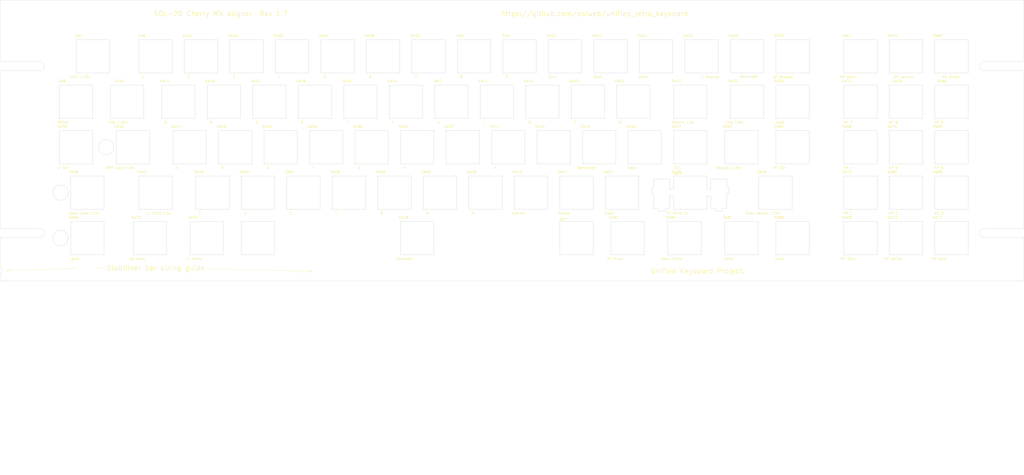
<source format=kicad_pcb>
(kicad_pcb (version 20171130) (host pcbnew "(5.1.6-0-10_14)")

  (general
    (thickness 1.6)
    (drawings 37)
    (tracks 0)
    (zones 0)
    (modules 95)
    (nets 1)
  )

  (page C)
  (title_block
    (title "Unified Retro Keyboard")
    (date 2020-08-17)
    (rev 1.7)
    (company OSIWeb.org)
    (comment 1 "Key aligner - Cherry")
  )

  (layers
    (0 F.Cu signal)
    (31 B.Cu signal)
    (32 B.Adhes user)
    (33 F.Adhes user)
    (34 B.Paste user)
    (35 F.Paste user)
    (36 B.SilkS user)
    (37 F.SilkS user)
    (38 B.Mask user)
    (39 F.Mask user)
    (40 Dwgs.User user)
    (41 Cmts.User user)
    (42 Eco1.User user)
    (43 Eco2.User user)
    (44 Edge.Cuts user)
    (45 Margin user)
    (46 B.CrtYd user)
    (47 F.CrtYd user)
    (48 B.Fab user)
    (49 F.Fab user)
  )

  (setup
    (last_trace_width 0.254)
    (user_trace_width 0.254)
    (user_trace_width 0.508)
    (user_trace_width 1.27)
    (trace_clearance 0.2)
    (zone_clearance 0.508)
    (zone_45_only no)
    (trace_min 0.2)
    (via_size 0.8128)
    (via_drill 0.4064)
    (via_min_size 0.4)
    (via_min_drill 0.3)
    (user_via 1.27 0.7112)
    (uvia_size 0.3048)
    (uvia_drill 0.1016)
    (uvias_allowed no)
    (uvia_min_size 0.2)
    (uvia_min_drill 0.1)
    (edge_width 0.05)
    (segment_width 0.2)
    (pcb_text_width 0.3)
    (pcb_text_size 1.5 1.5)
    (mod_edge_width 0.12)
    (mod_text_size 1 1)
    (mod_text_width 0.15)
    (pad_size 1.5875 1.5875)
    (pad_drill 1.5875)
    (pad_to_mask_clearance 0)
    (aux_axis_origin 61.4172 179.1081)
    (grid_origin 76.835 223.393)
    (visible_elements 7FFFEFFF)
    (pcbplotparams
      (layerselection 0x010f0_ffffffff)
      (usegerberextensions false)
      (usegerberattributes false)
      (usegerberadvancedattributes false)
      (creategerberjobfile false)
      (excludeedgelayer true)
      (linewidth 0.100000)
      (plotframeref false)
      (viasonmask false)
      (mode 1)
      (useauxorigin false)
      (hpglpennumber 1)
      (hpglpenspeed 20)
      (hpglpendiameter 15.000000)
      (psnegative false)
      (psa4output false)
      (plotreference true)
      (plotvalue true)
      (plotinvisibletext false)
      (padsonsilk false)
      (subtractmaskfromsilk false)
      (outputformat 1)
      (mirror false)
      (drillshape 0)
      (scaleselection 1)
      (outputdirectory "outputs"))
  )

  (net 0 "")

  (net_class Default "This is the default net class."
    (clearance 0.2)
    (trace_width 0.254)
    (via_dia 0.8128)
    (via_drill 0.4064)
    (uvia_dia 0.3048)
    (uvia_drill 0.1016)
    (diff_pair_width 0.2032)
    (diff_pair_gap 0.254)
  )

  (net_class power1 ""
    (clearance 0.254)
    (trace_width 1.27)
    (via_dia 1.27)
    (via_drill 0.7112)
    (uvia_dia 0.3048)
    (uvia_drill 0.1016)
    (diff_pair_width 0.2032)
    (diff_pair_gap 0.254)
  )

  (net_class signal ""
    (clearance 0.2032)
    (trace_width 0.254)
    (via_dia 0.8128)
    (via_drill 0.4064)
    (uvia_dia 0.3048)
    (uvia_drill 0.1016)
    (diff_pair_width 0.2032)
    (diff_pair_gap 0.254)
  )

  (module MountingHole:MountingHole_2.1mm (layer F.Cu) (tedit 5B924765) (tstamp 5EDE8AAF)
    (at 210.185 220.69298)
    (descr "Mounting Hole 2.1mm, no annular")
    (tags "mounting hole 2.1mm no annular")
    (attr virtual)
    (fp_text reference REF** (at 0 -3.2) (layer F.SilkS) hide
      (effects (font (size 1 1) (thickness 0.15)))
    )
    (fp_text value "Stabilizer sizing hole" (at 0 3.2) (layer F.Fab)
      (effects (font (size 1 1) (thickness 0.15)))
    )
    (fp_circle (center 0 0) (end 2.1 0) (layer Cmts.User) (width 0.15))
    (fp_circle (center 0 0) (end 2.35 0) (layer F.CrtYd) (width 0.05))
    (fp_text user Hole** (at 0.3 -2.54) (layer F.Fab)
      (effects (font (size 1 1) (thickness 0.15)))
    )
    (fp_text user %R (at 0.3 0) (layer F.Fab)
      (effects (font (size 1 1) (thickness 0.15)))
    )
    (pad "" np_thru_hole circle (at 0 0) (size 2.1 2.1) (drill 2.1) (layers *.Cu *.Mask))
  )

  (module unikbd:MX_2u_aligner locked (layer F.Cu) (tedit 5F206713) (tstamp 5E12D3B8)
    (at 365.75238 187.74156)
    (path /5BC3E99D/5BC6D0C2)
    (fp_text reference SW55 (at -5.7912 -8.6106) (layer F.SilkS)
      (effects (font (size 1 1) (thickness 0.15)))
    )
    (fp_text value "RT Shift: 2x" (at -5.334 8.6614) (layer F.SilkS)
      (effects (font (size 1 1) (thickness 0.15)))
    )
    (fp_line (start 6.985 1.4224) (end 8.6106 1.4224) (layer Edge.Cuts) (width 0.12))
    (fp_line (start 6.985 -1.3716) (end 8.6106 -1.3716) (layer Edge.Cuts) (width 0.12))
    (fp_line (start -8.6106 -1.3716) (end -6.985 -1.3716) (layer Edge.Cuts) (width 0.12))
    (fp_line (start -8.6106 1.4224) (end -6.985 1.4224) (layer Edge.Cuts) (width 0.12))
    (fp_line (start 15.2654 -5.6642) (end 15.2654 -2.2606) (layer Edge.Cuts) (width 0.12))
    (fp_line (start 15.2654 -2.2606) (end 16.129 -2.2606) (layer Edge.Cuts) (width 0.12))
    (fp_line (start 16.129 -2.2606) (end 16.129 0.5334) (layer Edge.Cuts) (width 0.12))
    (fp_line (start 16.129 0.5334) (end 15.2654 0.5334) (layer Edge.Cuts) (width 0.12))
    (fp_line (start 15.2654 0.5334) (end 15.2654 6.6294) (layer Edge.Cuts) (width 0.12))
    (fp_line (start 15.2654 6.6294) (end 13.462 6.6294) (layer Edge.Cuts) (width 0.12))
    (fp_line (start 13.462 6.6294) (end 13.462 7.7978) (layer Edge.Cuts) (width 0.12))
    (fp_line (start 6.985 -6.9596) (end 6.985 -1.3716) (layer Edge.Cuts) (width 0.12))
    (fp_line (start 8.6106 -5.6642) (end 15.2654 -5.6642) (layer Edge.Cuts) (width 0.12))
    (fp_line (start 8.6106 -1.3716) (end 8.6106 -5.6642) (layer Edge.Cuts) (width 0.12))
    (fp_line (start 13.462 7.7978) (end 10.414 7.7978) (layer Edge.Cuts) (width 0.12))
    (fp_line (start 10.414 7.7978) (end 10.414 6.6294) (layer Edge.Cuts) (width 0.12))
    (fp_line (start 10.414 6.6294) (end 8.6106 6.6294) (layer Edge.Cuts) (width 0.12))
    (fp_line (start 8.6106 6.6294) (end 8.6106 1.4224) (layer Edge.Cuts) (width 0.12))
    (fp_line (start 6.985 1.4224) (end 6.985 7.0104) (layer Edge.Cuts) (width 0.12))
    (fp_line (start 6.985 7.0104) (end -6.985 7.0104) (layer Edge.Cuts) (width 0.12))
    (fp_line (start -6.985 7.0104) (end -6.985 1.4224) (layer Edge.Cuts) (width 0.12))
    (fp_line (start -8.6106 1.4224) (end -8.6106 6.6294) (layer Edge.Cuts) (width 0.12))
    (fp_line (start -8.6106 6.6294) (end -10.414 6.6294) (layer Edge.Cuts) (width 0.12))
    (fp_line (start -10.414 6.6294) (end -10.414 7.7978) (layer Edge.Cuts) (width 0.12))
    (fp_line (start -10.414 7.7978) (end -13.462 7.7978) (layer Edge.Cuts) (width 0.12))
    (fp_line (start -13.462 7.7978) (end -13.462 6.6294) (layer Edge.Cuts) (width 0.12))
    (fp_line (start -13.462 6.6294) (end -15.2654 6.6294) (layer Edge.Cuts) (width 0.12))
    (fp_line (start -15.2654 6.6294) (end -15.2654 0.5334) (layer Edge.Cuts) (width 0.12))
    (fp_line (start -15.2654 0.5334) (end -16.129 0.5334) (layer Edge.Cuts) (width 0.12))
    (fp_line (start -16.129 0.5334) (end -16.129 -2.2606) (layer Edge.Cuts) (width 0.12))
    (fp_line (start -16.129 -2.2606) (end -15.2654 -2.2606) (layer Edge.Cuts) (width 0.12))
    (fp_line (start -15.2654 -2.2606) (end -15.2654 -5.6642) (layer Edge.Cuts) (width 0.12))
    (fp_line (start -15.2654 -5.6642) (end -8.6106 -5.6642) (layer Edge.Cuts) (width 0.12))
    (fp_line (start -8.6106 -5.6642) (end -8.6106 -1.3716) (layer Edge.Cuts) (width 0.12))
    (fp_line (start -6.985 -1.3716) (end -6.985 -6.9596) (layer Edge.Cuts) (width 0.12))
    (fp_line (start -6.985 -6.9596) (end 6.985 -6.9596) (layer Edge.Cuts) (width 0.12))
    (fp_text user SW** (at -5.334 -7.874) (layer F.SilkS)
      (effects (font (size 1 1) (thickness 0.15)))
    )
    (fp_text user MX_space_aligner (at -0.6096 7.9248) (layer B.Fab)
      (effects (font (size 1 1) (thickness 0.15)))
    )
  )

  (module unikbd:Key_MX_Aligner locked (layer F.Cu) (tedit 5F2062BA) (tstamp 5E12D408)
    (at 401.47113 187.74156)
    (path /5BC3E99D/5BC6D0C9)
    (fp_text reference SW59 (at -5.7912 -8.6106) (layer F.SilkS)
      (effects (font (size 1 1) (thickness 0.15)))
    )
    (fp_text value "Mode Select: 1.75x" (at -5.334 8.6614) (layer F.SilkS)
      (effects (font (size 1 1) (thickness 0.15)))
    )
    (fp_line (start -6.985 -6.9596) (end -6.985 7.0104) (layer Edge.Cuts) (width 0.12))
    (fp_line (start 6.985 7.0104) (end 6.985 -6.9596) (layer Edge.Cuts) (width 0.12))
    (fp_line (start -6.985 -6.9596) (end 6.985 -6.9596) (layer Edge.Cuts) (width 0.12))
    (fp_line (start -6.985 7.0104) (end 6.985 7.0104) (layer Edge.Cuts) (width 0.12))
  )

  (module unikbd:Key_MX_Aligner locked (layer F.Cu) (tedit 5F2062BA) (tstamp 5E12D458)
    (at 251.45238 168.69156)
    (path /5BC3E99D/5BC3FF70)
    (fp_text reference SW63 (at -5.7912 -8.6106) (layer F.SilkS)
      (effects (font (size 1 1) (thickness 0.15)))
    )
    (fp_text value H (at -5.334 8.6614) (layer F.SilkS)
      (effects (font (size 1 1) (thickness 0.15)))
    )
    (fp_line (start -6.985 -6.9596) (end -6.985 7.0104) (layer Edge.Cuts) (width 0.12))
    (fp_line (start 6.985 7.0104) (end 6.985 -6.9596) (layer Edge.Cuts) (width 0.12))
    (fp_line (start -6.985 -6.9596) (end 6.985 -6.9596) (layer Edge.Cuts) (width 0.12))
    (fp_line (start -6.985 7.0104) (end 6.985 7.0104) (layer Edge.Cuts) (width 0.12))
  )

  (module unikbd:Key_MX_Aligner locked (layer F.Cu) (tedit 5F2062BA) (tstamp 5E12D41C)
    (at 232.40238 168.69156)
    (path /5BC3E99D/5BC3FF77)
    (fp_text reference SW60 (at -5.7912 -8.6106) (layer F.SilkS)
      (effects (font (size 1 1) (thickness 0.15)))
    )
    (fp_text value G (at -5.334 8.6614) (layer F.SilkS)
      (effects (font (size 1 1) (thickness 0.15)))
    )
    (fp_line (start -6.985 -6.9596) (end -6.985 7.0104) (layer Edge.Cuts) (width 0.12))
    (fp_line (start 6.985 7.0104) (end 6.985 -6.9596) (layer Edge.Cuts) (width 0.12))
    (fp_line (start -6.985 -6.9596) (end 6.985 -6.9596) (layer Edge.Cuts) (width 0.12))
    (fp_line (start -6.985 7.0104) (end 6.985 7.0104) (layer Edge.Cuts) (width 0.12))
  )

  (module unikbd:Key_MX_Aligner locked (layer F.Cu) (tedit 5F2062BA) (tstamp 5E12D430)
    (at 387.18363 168.69156)
    (path /5BC3E99D/5BC6CD87)
    (fp_text reference SW61 (at -5.7912 -8.6106) (layer F.SilkS)
      (effects (font (size 1 1) (thickness 0.15)))
    )
    (fp_text value "Repeat: 1.25x" (at -5.334 8.6614) (layer F.SilkS)
      (effects (font (size 1 1) (thickness 0.15)))
    )
    (fp_line (start -6.985 -6.9596) (end -6.985 7.0104) (layer Edge.Cuts) (width 0.12))
    (fp_line (start 6.985 7.0104) (end 6.985 -6.9596) (layer Edge.Cuts) (width 0.12))
    (fp_line (start -6.985 -6.9596) (end 6.985 -6.9596) (layer Edge.Cuts) (width 0.12))
    (fp_line (start -6.985 7.0104) (end 6.985 7.0104) (layer Edge.Cuts) (width 0.12))
  )

  (module unikbd:Key_MX_Aligner locked (layer F.Cu) (tedit 5F2062BA) (tstamp 5E12D3CC)
    (at 213.35238 168.69156)
    (path /5BC3E99D/5BC3FF69)
    (fp_text reference SW56 (at -5.7912 -8.6106) (layer F.SilkS)
      (effects (font (size 1 1) (thickness 0.15)))
    )
    (fp_text value F (at -5.334 8.6614) (layer F.SilkS)
      (effects (font (size 1 1) (thickness 0.15)))
    )
    (fp_line (start -6.985 -6.9596) (end -6.985 7.0104) (layer Edge.Cuts) (width 0.12))
    (fp_line (start 6.985 7.0104) (end 6.985 -6.9596) (layer Edge.Cuts) (width 0.12))
    (fp_line (start -6.985 -6.9596) (end 6.985 -6.9596) (layer Edge.Cuts) (width 0.12))
    (fp_line (start -6.985 7.0104) (end 6.985 7.0104) (layer Edge.Cuts) (width 0.12))
  )

  (module unikbd:Key_MX_Aligner locked (layer F.Cu) (tedit 5F2062BA) (tstamp 5E12D46C)
    (at 408.61488 168.69156)
    (path /5BC3E99D/5BC6CD80)
    (fp_text reference SW64 (at -5.7912 -8.6106) (layer F.SilkS)
      (effects (font (size 1 1) (thickness 0.15)))
    )
    (fp_text value "RT Ctrl" (at -5.334 8.6614) (layer F.SilkS)
      (effects (font (size 1 1) (thickness 0.15)))
    )
    (fp_line (start -6.985 -6.9596) (end -6.985 7.0104) (layer Edge.Cuts) (width 0.12))
    (fp_line (start 6.985 7.0104) (end 6.985 -6.9596) (layer Edge.Cuts) (width 0.12))
    (fp_line (start -6.985 -6.9596) (end 6.985 -6.9596) (layer Edge.Cuts) (width 0.12))
    (fp_line (start -6.985 7.0104) (end 6.985 7.0104) (layer Edge.Cuts) (width 0.12))
  )

  (module unikbd:Key_MX_Aligner locked (layer F.Cu) (tedit 5F2062BA) (tstamp 5E12D250)
    (at 270.50238 168.69156)
    (path /5BC3E99D/5E1BE11F)
    (fp_text reference SW37 (at -5.7912 -8.6106) (layer F.SilkS)
      (effects (font (size 1 1) (thickness 0.15)))
    )
    (fp_text value J (at -5.334 8.6614) (layer F.SilkS)
      (effects (font (size 1 1) (thickness 0.15)))
    )
    (fp_line (start -6.985 -6.9596) (end -6.985 7.0104) (layer Edge.Cuts) (width 0.12))
    (fp_line (start 6.985 7.0104) (end 6.985 -6.9596) (layer Edge.Cuts) (width 0.12))
    (fp_line (start -6.985 -6.9596) (end 6.985 -6.9596) (layer Edge.Cuts) (width 0.12))
    (fp_line (start -6.985 7.0104) (end 6.985 7.0104) (layer Edge.Cuts) (width 0.12))
  )

  (module unikbd:Key_MX_Aligner locked (layer F.Cu) (tedit 5F2062BA) (tstamp 5E12D55C)
    (at 456.11288 168.69156)
    (path /5E16AC8E/5E1BE10C)
    (fp_text reference SW76 (at -5.7912 -8.6106) (layer F.SilkS)
      (effects (font (size 1 1) (thickness 0.15)))
    )
    (fp_text value "NP 5" (at -5.334 8.6614) (layer F.SilkS)
      (effects (font (size 1 1) (thickness 0.15)))
    )
    (fp_line (start -6.985 -6.9596) (end -6.985 7.0104) (layer Edge.Cuts) (width 0.12))
    (fp_line (start 6.985 7.0104) (end 6.985 -6.9596) (layer Edge.Cuts) (width 0.12))
    (fp_line (start -6.985 -6.9596) (end 6.985 -6.9596) (layer Edge.Cuts) (width 0.12))
    (fp_line (start -6.985 7.0104) (end 6.985 7.0104) (layer Edge.Cuts) (width 0.12))
  )

  (module unikbd:Key_MX_Aligner locked (layer F.Cu) (tedit 5F2062BA) (tstamp 5E12D28C)
    (at 132.38988 168.69156)
    (path /5BC3E99D/5BC3FD26)
    (fp_text reference SW40 (at -5.7912 -8.6106) (layer F.SilkS)
      (effects (font (size 1 1) (thickness 0.15)))
    )
    (fp_text value "Shift Lock: 1.5x" (at -5.334 8.6614) (layer F.SilkS)
      (effects (font (size 1 1) (thickness 0.15)))
    )
    (fp_line (start -6.985 -6.9596) (end -6.985 7.0104) (layer Edge.Cuts) (width 0.12))
    (fp_line (start 6.985 7.0104) (end 6.985 -6.9596) (layer Edge.Cuts) (width 0.12))
    (fp_line (start -6.985 -6.9596) (end 6.985 -6.9596) (layer Edge.Cuts) (width 0.12))
    (fp_line (start -6.985 7.0104) (end 6.985 7.0104) (layer Edge.Cuts) (width 0.12))
  )

  (module unikbd:Key_MX_Aligner locked (layer F.Cu) (tedit 5F2062BA) (tstamp 5E12D2A0)
    (at 289.55238 168.69156)
    (path /5BC3E99D/5BC6CD5D)
    (fp_text reference SW41 (at -5.7912 -8.6106) (layer F.SilkS)
      (effects (font (size 1 1) (thickness 0.15)))
    )
    (fp_text value K (at -5.334 8.6614) (layer F.SilkS)
      (effects (font (size 1 1) (thickness 0.15)))
    )
    (fp_line (start -6.985 -6.9596) (end -6.985 7.0104) (layer Edge.Cuts) (width 0.12))
    (fp_line (start 6.985 7.0104) (end 6.985 -6.9596) (layer Edge.Cuts) (width 0.12))
    (fp_line (start -6.985 -6.9596) (end 6.985 -6.9596) (layer Edge.Cuts) (width 0.12))
    (fp_line (start -6.985 7.0104) (end 6.985 7.0104) (layer Edge.Cuts) (width 0.12))
  )

  (module unikbd:Key_MX_Aligner locked (layer F.Cu) (tedit 5F2062BA) (tstamp 5E12D2DC)
    (at 156.20238 168.69156)
    (path /5BC3E99D/5BC3FE57)
    (fp_text reference SW44 (at -5.7912 -8.6106) (layer F.SilkS)
      (effects (font (size 1 1) (thickness 0.15)))
    )
    (fp_text value A (at -5.334 8.6614) (layer F.SilkS)
      (effects (font (size 1 1) (thickness 0.15)))
    )
    (fp_line (start -6.985 -6.9596) (end -6.985 7.0104) (layer Edge.Cuts) (width 0.12))
    (fp_line (start 6.985 7.0104) (end 6.985 -6.9596) (layer Edge.Cuts) (width 0.12))
    (fp_line (start -6.985 -6.9596) (end 6.985 -6.9596) (layer Edge.Cuts) (width 0.12))
    (fp_line (start -6.985 7.0104) (end 6.985 7.0104) (layer Edge.Cuts) (width 0.12))
  )

  (module unikbd:Key_MX_Aligner locked (layer F.Cu) (tedit 5F2062BA) (tstamp 5E12D2F0)
    (at 308.60238 168.69156)
    (path /5BC3E99D/5BC6CD6B)
    (fp_text reference SW45 (at -5.7912 -8.6106) (layer F.SilkS)
      (effects (font (size 1 1) (thickness 0.15)))
    )
    (fp_text value L (at -5.334 8.6614) (layer F.SilkS)
      (effects (font (size 1 1) (thickness 0.15)))
    )
    (fp_line (start -6.985 -6.9596) (end -6.985 7.0104) (layer Edge.Cuts) (width 0.12))
    (fp_line (start 6.985 7.0104) (end 6.985 -6.9596) (layer Edge.Cuts) (width 0.12))
    (fp_line (start -6.985 -6.9596) (end 6.985 -6.9596) (layer Edge.Cuts) (width 0.12))
    (fp_line (start -6.985 7.0104) (end 6.985 7.0104) (layer Edge.Cuts) (width 0.12))
  )

  (module unikbd:Key_MX_Aligner locked (layer F.Cu) (tedit 5F2062BA) (tstamp 5E12D32C)
    (at 175.25238 168.69156)
    (path /5BC3E99D/5E1BE11D)
    (fp_text reference SW48 (at -5.7912 -8.6106) (layer F.SilkS)
      (effects (font (size 1 1) (thickness 0.15)))
    )
    (fp_text value S (at -5.334 8.6614) (layer F.SilkS)
      (effects (font (size 1 1) (thickness 0.15)))
    )
    (fp_line (start -6.985 -6.9596) (end -6.985 7.0104) (layer Edge.Cuts) (width 0.12))
    (fp_line (start 6.985 7.0104) (end 6.985 -6.9596) (layer Edge.Cuts) (width 0.12))
    (fp_line (start -6.985 -6.9596) (end 6.985 -6.9596) (layer Edge.Cuts) (width 0.12))
    (fp_line (start -6.985 7.0104) (end 6.985 7.0104) (layer Edge.Cuts) (width 0.12))
  )

  (module unikbd:Key_MX_Aligner locked (layer F.Cu) (tedit 5F2062BA) (tstamp 5E12D340)
    (at 327.65238 168.69156)
    (path /5BC3E99D/5BC6CD64)
    (fp_text reference SW49 (at -5.7912 -8.6106) (layer F.SilkS)
      (effects (font (size 1 1) (thickness 0.15)))
    )
    (fp_text value Semicolon (at -5.334 8.6614) (layer F.SilkS)
      (effects (font (size 1 1) (thickness 0.15)))
    )
    (fp_line (start -6.985 -6.9596) (end -6.985 7.0104) (layer Edge.Cuts) (width 0.12))
    (fp_line (start 6.985 7.0104) (end 6.985 -6.9596) (layer Edge.Cuts) (width 0.12))
    (fp_line (start -6.985 -6.9596) (end 6.985 -6.9596) (layer Edge.Cuts) (width 0.12))
    (fp_line (start -6.985 7.0104) (end 6.985 7.0104) (layer Edge.Cuts) (width 0.12))
  )

  (module unikbd:Key_MX_Aligner locked (layer F.Cu) (tedit 5F2062BA) (tstamp 5E12D37C)
    (at 194.30238 168.69156)
    (path /5BC3E99D/5E0AC938)
    (fp_text reference SW52 (at -5.7912 -8.6106) (layer F.SilkS)
      (effects (font (size 1 1) (thickness 0.15)))
    )
    (fp_text value D (at -5.334 8.6614) (layer F.SilkS)
      (effects (font (size 1 1) (thickness 0.15)))
    )
    (fp_line (start -6.985 -6.9596) (end -6.985 7.0104) (layer Edge.Cuts) (width 0.12))
    (fp_line (start 6.985 7.0104) (end 6.985 -6.9596) (layer Edge.Cuts) (width 0.12))
    (fp_line (start -6.985 -6.9596) (end 6.985 -6.9596) (layer Edge.Cuts) (width 0.12))
    (fp_line (start -6.985 7.0104) (end 6.985 7.0104) (layer Edge.Cuts) (width 0.12))
  )

  (module unikbd:Key_MX_Aligner locked (layer F.Cu) (tedit 5F2062BA) (tstamp 5E12D390)
    (at 346.70238 168.69156)
    (path /5BC3E99D/5BC6CD72)
    (fp_text reference SW53 (at -5.7912 -8.6106) (layer F.SilkS)
      (effects (font (size 1 1) (thickness 0.15)))
    )
    (fp_text value Colon (at -5.334 8.6614) (layer F.SilkS)
      (effects (font (size 1 1) (thickness 0.15)))
    )
    (fp_line (start -6.985 -6.9596) (end -6.985 7.0104) (layer Edge.Cuts) (width 0.12))
    (fp_line (start 6.985 7.0104) (end 6.985 -6.9596) (layer Edge.Cuts) (width 0.12))
    (fp_line (start -6.985 -6.9596) (end 6.985 -6.9596) (layer Edge.Cuts) (width 0.12))
    (fp_line (start -6.985 7.0104) (end 6.985 7.0104) (layer Edge.Cuts) (width 0.12))
  )

  (module unikbd:Key_MX_Aligner locked (layer F.Cu) (tedit 5F2062BA) (tstamp 5E12D4BC)
    (at 437.06288 168.69156)
    (path /5E16AC8E/5E1BE109)
    (fp_text reference SW68 (at -5.7912 -8.6106) (layer F.SilkS)
      (effects (font (size 1 1) (thickness 0.15)))
    )
    (fp_text value "NP 4" (at -5.334 8.6614) (layer F.SilkS)
      (effects (font (size 1 1) (thickness 0.15)))
    )
    (fp_line (start -6.985 -6.9596) (end -6.985 7.0104) (layer Edge.Cuts) (width 0.12))
    (fp_line (start 6.985 7.0104) (end 6.985 -6.9596) (layer Edge.Cuts) (width 0.12))
    (fp_line (start -6.985 -6.9596) (end 6.985 -6.9596) (layer Edge.Cuts) (width 0.12))
    (fp_line (start -6.985 7.0104) (end 6.985 7.0104) (layer Edge.Cuts) (width 0.12))
  )

  (module unikbd:Key_MX_Aligner locked (layer F.Cu) (tedit 5F2062BA) (tstamp 5E12D5E8)
    (at 475.16288 168.69156)
    (path /5E16AC8E/5E1BE10D)
    (fp_text reference SW83 (at -5.7912 -8.6106) (layer F.SilkS)
      (effects (font (size 1 1) (thickness 0.15)))
    )
    (fp_text value "NP 6" (at -5.334 8.6614) (layer F.SilkS)
      (effects (font (size 1 1) (thickness 0.15)))
    )
    (fp_line (start -6.985 -6.9596) (end -6.985 7.0104) (layer Edge.Cuts) (width 0.12))
    (fp_line (start 6.985 7.0104) (end 6.985 -6.9596) (layer Edge.Cuts) (width 0.12))
    (fp_line (start -6.985 -6.9596) (end 6.985 -6.9596) (layer Edge.Cuts) (width 0.12))
    (fp_line (start -6.985 7.0104) (end 6.985 7.0104) (layer Edge.Cuts) (width 0.12))
  )

  (module unikbd:Key_MX_Aligner locked (layer F.Cu) (tedit 5F2062BA) (tstamp 5E12D3E0)
    (at 365.75238 168.69156)
    (path /5BC3E99D/5BC6CD79)
    (fp_text reference SW57 (at -5.7912 -8.6106) (layer F.SilkS)
      (effects (font (size 1 1) (thickness 0.15)))
    )
    (fp_text value DEL (at -5.334 8.6614) (layer F.SilkS)
      (effects (font (size 1 1) (thickness 0.15)))
    )
    (fp_line (start -6.985 -6.9596) (end -6.985 7.0104) (layer Edge.Cuts) (width 0.12))
    (fp_line (start 6.985 7.0104) (end 6.985 -6.9596) (layer Edge.Cuts) (width 0.12))
    (fp_line (start -6.985 -6.9596) (end 6.985 -6.9596) (layer Edge.Cuts) (width 0.12))
    (fp_line (start -6.985 7.0104) (end 6.985 7.0104) (layer Edge.Cuts) (width 0.12))
  )

  (module unikbd:Key_MX_Aligner locked (layer F.Cu) (tedit 5F2062BA) (tstamp 5E12D3A4)
    (at 203.82738 187.74156)
    (path /5BC3E99D/5BC6CEF2)
    (fp_text reference SW54 (at -5.7912 -8.6106) (layer F.SilkS)
      (effects (font (size 1 1) (thickness 0.15)))
    )
    (fp_text value C (at -5.334 8.6614) (layer F.SilkS)
      (effects (font (size 1 1) (thickness 0.15)))
    )
    (fp_line (start -6.985 -6.9596) (end -6.985 7.0104) (layer Edge.Cuts) (width 0.12))
    (fp_line (start 6.985 7.0104) (end 6.985 -6.9596) (layer Edge.Cuts) (width 0.12))
    (fp_line (start -6.985 -6.9596) (end 6.985 -6.9596) (layer Edge.Cuts) (width 0.12))
    (fp_line (start -6.985 7.0104) (end 6.985 7.0104) (layer Edge.Cuts) (width 0.12))
  )

  (module unikbd:Key_MX_Aligner locked (layer F.Cu) (tedit 5F2062BA) (tstamp 5E6EC726)
    (at 163.34613 206.79156)
    (path /5E16AC8E/5E1BE0F6)
    (fp_text reference SW74 (at -5.7912 -8.6106) (layer F.SilkS)
      (effects (font (size 1 1) (thickness 0.15)))
    )
    (fp_text value "LT Arrow" (at -5.334 8.6614) (layer F.SilkS)
      (effects (font (size 1 1) (thickness 0.15)))
    )
    (fp_line (start -6.985 -6.9596) (end -6.985 7.0104) (layer Edge.Cuts) (width 0.12))
    (fp_line (start 6.985 7.0104) (end 6.985 -6.9596) (layer Edge.Cuts) (width 0.12))
    (fp_line (start -6.985 -6.9596) (end 6.985 -6.9596) (layer Edge.Cuts) (width 0.12))
    (fp_line (start -6.985 7.0104) (end 6.985 7.0104) (layer Edge.Cuts) (width 0.12))
  )

  (module unikbd:Key_MX_Aligner locked (layer F.Cu) (tedit 5F2062BA) (tstamp 5E120789)
    (at 475.16288 149.64156)
    (path /5E16AC8E/5E1BE103)
    (fp_text reference SW85 (at -4.03098 -8.56996) (layer F.SilkS)
      (effects (font (size 1 1) (thickness 0.15)))
    )
    (fp_text value "NP 9" (at -5.334 8.6614) (layer F.SilkS)
      (effects (font (size 1 1) (thickness 0.15)))
    )
    (fp_line (start -6.985 -6.9596) (end -6.985 7.0104) (layer Edge.Cuts) (width 0.12))
    (fp_line (start 6.985 7.0104) (end 6.985 -6.9596) (layer Edge.Cuts) (width 0.12))
    (fp_line (start -6.985 -6.9596) (end 6.985 -6.9596) (layer Edge.Cuts) (width 0.12))
    (fp_line (start -6.985 7.0104) (end 6.985 7.0104) (layer Edge.Cuts) (width 0.12))
  )

  (module unikbd:Key_MX_Aligner locked (layer F.Cu) (tedit 5F2062BA) (tstamp 5E12D1C4)
    (at 227.63988 149.64156)
    (path /5BC3EA0A/5BCAF420)
    (fp_text reference SW30 (at -5.7912 -8.6106) (layer F.SilkS)
      (effects (font (size 1 1) (thickness 0.15)))
    )
    (fp_text value T (at -5.334 8.6614) (layer F.SilkS)
      (effects (font (size 1 1) (thickness 0.15)))
    )
    (fp_line (start -6.985 -6.9596) (end -6.985 7.0104) (layer Edge.Cuts) (width 0.12))
    (fp_line (start 6.985 7.0104) (end 6.985 -6.9596) (layer Edge.Cuts) (width 0.12))
    (fp_line (start -6.985 -6.9596) (end 6.985 -6.9596) (layer Edge.Cuts) (width 0.12))
    (fp_line (start -6.985 7.0104) (end 6.985 7.0104) (layer Edge.Cuts) (width 0.12))
  )

  (module unikbd:Key_MX_Aligner locked (layer F.Cu) (tedit 5F2062BA) (tstamp 5E12D64C)
    (at 408.61488 206.79156)
    (path /5E16AC8E/5E1BE0F8)
    (fp_text reference SW88 (at -5.7912 -8.6106) (layer F.SilkS)
      (effects (font (size 1 1) (thickness 0.15)))
    )
    (fp_text value Clear (at -5.334 8.6614) (layer F.SilkS)
      (effects (font (size 1 1) (thickness 0.15)))
    )
    (fp_line (start -6.985 -6.9596) (end -6.985 7.0104) (layer Edge.Cuts) (width 0.12))
    (fp_line (start 6.985 7.0104) (end 6.985 -6.9596) (layer Edge.Cuts) (width 0.12))
    (fp_line (start -6.985 -6.9596) (end 6.985 -6.9596) (layer Edge.Cuts) (width 0.12))
    (fp_line (start -6.985 7.0104) (end 6.985 7.0104) (layer Edge.Cuts) (width 0.12))
  )

  (module unikbd:Key_MX_Aligner locked (layer F.Cu) (tedit 5F2062BA) (tstamp 5E12D638)
    (at 387.18363 206.79156)
    (path /5E16AC8E/5E1BE0F9)
    (fp_text reference SW87 (at -5.7912 -8.6106) (layer F.SilkS)
      (effects (font (size 1 1) (thickness 0.15)))
    )
    (fp_text value Home (at -5.334 8.6614) (layer F.SilkS)
      (effects (font (size 1 1) (thickness 0.15)))
    )
    (fp_line (start -6.985 -6.9596) (end -6.985 7.0104) (layer Edge.Cuts) (width 0.12))
    (fp_line (start 6.985 7.0104) (end 6.985 -6.9596) (layer Edge.Cuts) (width 0.12))
    (fp_line (start -6.985 -6.9596) (end 6.985 -6.9596) (layer Edge.Cuts) (width 0.12))
    (fp_line (start -6.985 7.0104) (end 6.985 7.0104) (layer Edge.Cuts) (width 0.12))
  )

  (module unikbd:Key_MX_Aligner locked (layer F.Cu) (tedit 5F2062BA) (tstamp 5E12D624)
    (at 475.16288 187.74156)
    (path /5E16AC8E/5E1BE10E)
    (fp_text reference SW86 (at -5.7912 -8.6106) (layer F.SilkS)
      (effects (font (size 1 1) (thickness 0.15)))
    )
    (fp_text value "NP 3" (at -5.334 8.6614) (layer F.SilkS)
      (effects (font (size 1 1) (thickness 0.15)))
    )
    (fp_line (start -6.985 -6.9596) (end -6.985 7.0104) (layer Edge.Cuts) (width 0.12))
    (fp_line (start 6.985 7.0104) (end 6.985 -6.9596) (layer Edge.Cuts) (width 0.12))
    (fp_line (start -6.985 -6.9596) (end 6.985 -6.9596) (layer Edge.Cuts) (width 0.12))
    (fp_line (start -6.985 7.0104) (end 6.985 7.0104) (layer Edge.Cuts) (width 0.12))
  )

  (module unikbd:Key_MX_Aligner locked (layer F.Cu) (tedit 5F2062BA) (tstamp 5E12D5FC)
    (at 363.37113 206.79156)
    (path /5E16AC8E/5E1BE0F7)
    (fp_text reference SW84 (at -5.7912 -8.6106) (layer F.SilkS)
      (effects (font (size 1 1) (thickness 0.15)))
    )
    (fp_text value "Down Arrow" (at -5.334 8.6614) (layer F.SilkS)
      (effects (font (size 1 1) (thickness 0.15)))
    )
    (fp_line (start -6.985 -6.9596) (end -6.985 7.0104) (layer Edge.Cuts) (width 0.12))
    (fp_line (start 6.985 7.0104) (end 6.985 -6.9596) (layer Edge.Cuts) (width 0.12))
    (fp_line (start -6.985 -6.9596) (end 6.985 -6.9596) (layer Edge.Cuts) (width 0.12))
    (fp_line (start -6.985 7.0104) (end 6.985 7.0104) (layer Edge.Cuts) (width 0.12))
  )

  (module unikbd:Key_MX_Aligner locked (layer F.Cu) (tedit 5F2062BA) (tstamp 5E12D5D4)
    (at 475.16288 130.59156)
    (path /5E16AC8E/5E1BE102)
    (fp_text reference SW82 (at -5.7912 -8.6106) (layer F.SilkS)
      (effects (font (size 1 1) (thickness 0.15)))
    )
    (fp_text value "NP divide" (at -0.29718 8.72744) (layer F.SilkS)
      (effects (font (size 1 1) (thickness 0.15)))
    )
    (fp_line (start -6.985 -6.9596) (end -6.985 7.0104) (layer Edge.Cuts) (width 0.12))
    (fp_line (start 6.985 7.0104) (end 6.985 -6.9596) (layer Edge.Cuts) (width 0.12))
    (fp_line (start -6.985 -6.9596) (end 6.985 -6.9596) (layer Edge.Cuts) (width 0.12))
    (fp_line (start -6.985 7.0104) (end 6.985 7.0104) (layer Edge.Cuts) (width 0.12))
  )

  (module unikbd:Key_MX_Aligner locked (layer F.Cu) (tedit 5F2062BA) (tstamp 5E10B4C4)
    (at 339.55863 206.79156)
    (path /5E16AC8E/5E1BE119)
    (fp_text reference SW81 (at -5.7912 -8.6106) (layer F.SilkS)
      (effects (font (size 1 1) (thickness 0.15)))
    )
    (fp_text value "RT Arrow" (at -5.334 8.6614) (layer F.SilkS)
      (effects (font (size 1 1) (thickness 0.15)))
    )
    (fp_line (start -6.985 -6.9596) (end -6.985 7.0104) (layer Edge.Cuts) (width 0.12))
    (fp_line (start 6.985 7.0104) (end 6.985 -6.9596) (layer Edge.Cuts) (width 0.12))
    (fp_line (start -6.985 -6.9596) (end 6.985 -6.9596) (layer Edge.Cuts) (width 0.12))
    (fp_line (start -6.985 7.0104) (end 6.985 7.0104) (layer Edge.Cuts) (width 0.12))
  )

  (module unikbd:Key_MX_Aligner locked (layer F.Cu) (tedit 5F2062BA) (tstamp 5E12D5AC)
    (at 456.11288 187.74156)
    (path /5E16AC8E/5E1BE10B)
    (fp_text reference SW80 (at -5.7912 -8.6106) (layer F.SilkS)
      (effects (font (size 1 1) (thickness 0.15)))
    )
    (fp_text value "NP 2" (at -5.334 8.6614) (layer F.SilkS)
      (effects (font (size 1 1) (thickness 0.15)))
    )
    (fp_line (start -6.985 -6.9596) (end -6.985 7.0104) (layer Edge.Cuts) (width 0.12))
    (fp_line (start 6.985 7.0104) (end 6.985 -6.9596) (layer Edge.Cuts) (width 0.12))
    (fp_line (start -6.985 -6.9596) (end 6.985 -6.9596) (layer Edge.Cuts) (width 0.12))
    (fp_line (start -6.985 7.0104) (end 6.985 7.0104) (layer Edge.Cuts) (width 0.12))
  )

  (module unikbd:Key_MX_Aligner locked (layer F.Cu) (tedit 5F2062BA) (tstamp 5E12D598)
    (at 456.11288 149.64156)
    (path /5E16AC8E/5E1BE100)
    (fp_text reference SW79 (at -3.75158 -8.56996) (layer F.SilkS)
      (effects (font (size 1 1) (thickness 0.15)))
    )
    (fp_text value "NP 8" (at -5.334 8.6614) (layer F.SilkS)
      (effects (font (size 1 1) (thickness 0.15)))
    )
    (fp_line (start -6.985 -6.9596) (end -6.985 7.0104) (layer Edge.Cuts) (width 0.12))
    (fp_line (start 6.985 7.0104) (end 6.985 -6.9596) (layer Edge.Cuts) (width 0.12))
    (fp_line (start -6.985 -6.9596) (end 6.985 -6.9596) (layer Edge.Cuts) (width 0.12))
    (fp_line (start -6.985 7.0104) (end 6.985 7.0104) (layer Edge.Cuts) (width 0.12))
  )

  (module unikbd:Key_MX_Aligner locked (layer F.Cu) (tedit 5F2062BA) (tstamp 5E12D570)
    (at 475.16288 206.79156)
    (path /5E16AC8E/5E1BE116)
    (fp_text reference SW77 (at -5.7912 -8.6106) (layer F.SilkS)
      (effects (font (size 1 1) (thickness 0.15)))
    )
    (fp_text value "NP plus" (at -5.334 8.6614) (layer F.SilkS)
      (effects (font (size 1 1) (thickness 0.15)))
    )
    (fp_line (start -6.985 -6.9596) (end -6.985 7.0104) (layer Edge.Cuts) (width 0.12))
    (fp_line (start 6.985 7.0104) (end 6.985 -6.9596) (layer Edge.Cuts) (width 0.12))
    (fp_line (start -6.985 -6.9596) (end 6.985 -6.9596) (layer Edge.Cuts) (width 0.12))
    (fp_line (start -6.985 7.0104) (end 6.985 7.0104) (layer Edge.Cuts) (width 0.12))
  )

  (module unikbd:Key_MX_Aligner locked (layer F.Cu) (tedit 5F2062BA) (tstamp 5E114E20)
    (at 456.11288 130.59156)
    (path /5E16AC8E/5E1BE101)
    (fp_text reference SW75 (at -5.7912 -8.6106) (layer F.SilkS)
      (effects (font (size 1 1) (thickness 0.15)))
    )
    (fp_text value "NP asterisk" (at -0.88138 8.72744) (layer F.SilkS)
      (effects (font (size 1 1) (thickness 0.15)))
    )
    (fp_line (start -6.985 -6.9596) (end -6.985 7.0104) (layer Edge.Cuts) (width 0.12))
    (fp_line (start 6.985 7.0104) (end 6.985 -6.9596) (layer Edge.Cuts) (width 0.12))
    (fp_line (start -6.985 -6.9596) (end 6.985 -6.9596) (layer Edge.Cuts) (width 0.12))
    (fp_line (start -6.985 7.0104) (end 6.985 7.0104) (layer Edge.Cuts) (width 0.12))
  )

  (module unikbd:Key_MX_Aligner locked (layer F.Cu) (tedit 5F2062BA) (tstamp 5E12D520)
    (at 456.11288 206.79156)
    (path /5E16AC8E/5BC6D0AD)
    (fp_text reference SW73 (at -5.7912 -8.6106) (layer F.SilkS)
      (effects (font (size 1 1) (thickness 0.15)))
    )
    (fp_text value "NP period" (at -5.334 8.6614) (layer F.SilkS)
      (effects (font (size 1 1) (thickness 0.15)))
    )
    (fp_line (start -6.985 -6.9596) (end -6.985 7.0104) (layer Edge.Cuts) (width 0.12))
    (fp_line (start 6.985 7.0104) (end 6.985 -6.9596) (layer Edge.Cuts) (width 0.12))
    (fp_line (start -6.985 -6.9596) (end 6.985 -6.9596) (layer Edge.Cuts) (width 0.12))
    (fp_line (start -6.985 7.0104) (end 6.985 7.0104) (layer Edge.Cuts) (width 0.12))
  )

  (module unikbd:Key_MX_Aligner locked (layer F.Cu) (tedit 5F2062BA) (tstamp 5E12D50C)
    (at 437.06288 187.74156)
    (path /5E16AC8E/5E1BE10A)
    (fp_text reference SW72 (at -5.7912 -8.6106) (layer F.SilkS)
      (effects (font (size 1 1) (thickness 0.15)))
    )
    (fp_text value "NP 1" (at -5.334 8.6614) (layer F.SilkS)
      (effects (font (size 1 1) (thickness 0.15)))
    )
    (fp_line (start -6.985 -6.9596) (end -6.985 7.0104) (layer Edge.Cuts) (width 0.12))
    (fp_line (start 6.985 7.0104) (end 6.985 -6.9596) (layer Edge.Cuts) (width 0.12))
    (fp_line (start -6.985 -6.9596) (end 6.985 -6.9596) (layer Edge.Cuts) (width 0.12))
    (fp_line (start -6.985 7.0104) (end 6.985 7.0104) (layer Edge.Cuts) (width 0.12))
  )

  (module unikbd:Key_MX_Aligner locked (layer F.Cu) (tedit 5F2062BA) (tstamp 5E12D4F8)
    (at 437.06288 149.64156)
    (path /5E16AC8E/5E1BE0FF)
    (fp_text reference SW71 (at -5.7912 -8.6106) (layer F.SilkS)
      (effects (font (size 1 1) (thickness 0.15)))
    )
    (fp_text value "NP 7" (at -5.334 8.6614) (layer F.SilkS)
      (effects (font (size 1 1) (thickness 0.15)))
    )
    (fp_line (start -6.985 -6.9596) (end -6.985 7.0104) (layer Edge.Cuts) (width 0.12))
    (fp_line (start 6.985 7.0104) (end 6.985 -6.9596) (layer Edge.Cuts) (width 0.12))
    (fp_line (start -6.985 -6.9596) (end 6.985 -6.9596) (layer Edge.Cuts) (width 0.12))
    (fp_line (start -6.985 7.0104) (end 6.985 7.0104) (layer Edge.Cuts) (width 0.12))
  )

  (module unikbd:Key_MX_Aligner locked (layer F.Cu) (tedit 5F2062BA) (tstamp 5E12D4E4)
    (at 139.53363 206.79156)
    (path /5E16AC8E/5E1BE0F5)
    (fp_text reference SW70 (at -5.7912 -8.6106) (layer F.SilkS)
      (effects (font (size 1 1) (thickness 0.15)))
    )
    (fp_text value "Up Arrow" (at -5.334 8.6614) (layer F.SilkS)
      (effects (font (size 1 1) (thickness 0.15)))
    )
    (fp_line (start -6.985 -6.9596) (end -6.985 7.0104) (layer Edge.Cuts) (width 0.12))
    (fp_line (start 6.985 7.0104) (end 6.985 -6.9596) (layer Edge.Cuts) (width 0.12))
    (fp_line (start -6.985 -6.9596) (end 6.985 -6.9596) (layer Edge.Cuts) (width 0.12))
    (fp_line (start -6.985 7.0104) (end 6.985 7.0104) (layer Edge.Cuts) (width 0.12))
  )

  (module unikbd:Key_MX_Aligner locked (layer F.Cu) (tedit 5F2062BA) (tstamp 5E12D4D0)
    (at 437.06288 206.79156)
    (path /5E16AC8E/5E149AE2)
    (fp_text reference SW69 (at -5.7912 -8.6106) (layer F.SilkS)
      (effects (font (size 1 1) (thickness 0.15)))
    )
    (fp_text value "NP Zero" (at -5.334 8.6614) (layer F.SilkS)
      (effects (font (size 1 1) (thickness 0.15)))
    )
    (fp_line (start -6.985 -6.9596) (end -6.985 7.0104) (layer Edge.Cuts) (width 0.12))
    (fp_line (start 6.985 7.0104) (end 6.985 -6.9596) (layer Edge.Cuts) (width 0.12))
    (fp_line (start -6.985 -6.9596) (end 6.985 -6.9596) (layer Edge.Cuts) (width 0.12))
    (fp_line (start -6.985 7.0104) (end 6.985 7.0104) (layer Edge.Cuts) (width 0.12))
  )

  (module unikbd:Key_MX_Aligner locked (layer F.Cu) (tedit 5F2062BA) (tstamp 5E12D4A8)
    (at 437.06288 130.59156)
    (path /5E16AC8E/5E13E76B)
    (fp_text reference SW67 (at -5.7912 -8.6106) (layer F.SilkS)
      (effects (font (size 1 1) (thickness 0.15)))
    )
    (fp_text value "NP Dash" (at -5.334 8.6614) (layer F.SilkS)
      (effects (font (size 1 1) (thickness 0.15)))
    )
    (fp_line (start -6.985 -6.9596) (end -6.985 7.0104) (layer Edge.Cuts) (width 0.12))
    (fp_line (start 6.985 7.0104) (end 6.985 -6.9596) (layer Edge.Cuts) (width 0.12))
    (fp_line (start -6.985 -6.9596) (end 6.985 -6.9596) (layer Edge.Cuts) (width 0.12))
    (fp_line (start -6.985 7.0104) (end 6.985 7.0104) (layer Edge.Cuts) (width 0.12))
  )

  (module unikbd:Key_MX_Aligner locked (layer F.Cu) (tedit 5F2062BA) (tstamp 5E12D494)
    (at 113.33988 206.79156)
    (path /5E16AC8E/5E12EFC1)
    (fp_text reference SW66 (at -5.7912 -8.6106) (layer F.SilkS)
      (effects (font (size 1 1) (thickness 0.15)))
    )
    (fp_text value Local (at -5.334 8.6614) (layer F.SilkS)
      (effects (font (size 1 1) (thickness 0.15)))
    )
    (fp_line (start -6.985 -6.9596) (end -6.985 7.0104) (layer Edge.Cuts) (width 0.12))
    (fp_line (start 6.985 7.0104) (end 6.985 -6.9596) (layer Edge.Cuts) (width 0.12))
    (fp_line (start -6.985 -6.9596) (end 6.985 -6.9596) (layer Edge.Cuts) (width 0.12))
    (fp_line (start -6.985 7.0104) (end 6.985 7.0104) (layer Edge.Cuts) (width 0.12))
  )

  (module unikbd:Key_MX_Aligner locked (layer F.Cu) (tedit 5F2062BA) (tstamp 5E12D480)
    (at 260.97738 187.74156)
    (path /5BC3E99D/5BC6CF00)
    (fp_text reference SW65 (at -5.7912 -8.6106) (layer F.SilkS)
      (effects (font (size 1 1) (thickness 0.15)))
    )
    (fp_text value N (at -5.334 8.6614) (layer F.SilkS)
      (effects (font (size 1 1) (thickness 0.15)))
    )
    (fp_line (start -6.985 -6.9596) (end -6.985 7.0104) (layer Edge.Cuts) (width 0.12))
    (fp_line (start 6.985 7.0104) (end 6.985 -6.9596) (layer Edge.Cuts) (width 0.12))
    (fp_line (start -6.985 -6.9596) (end 6.985 -6.9596) (layer Edge.Cuts) (width 0.12))
    (fp_line (start -6.985 7.0104) (end 6.985 7.0104) (layer Edge.Cuts) (width 0.12))
  )

  (module unikbd:Key_MX_Aligner locked (layer F.Cu) (tedit 5F2062BA) (tstamp 5E12D444)
    (at 241.92738 187.74156)
    (path /5BC3E99D/5BC6CF07)
    (fp_text reference SW62 (at -5.7912 -8.6106) (layer F.SilkS)
      (effects (font (size 1 1) (thickness 0.15)))
    )
    (fp_text value B (at -5.334 8.6614) (layer F.SilkS)
      (effects (font (size 1 1) (thickness 0.15)))
    )
    (fp_line (start -6.985 -6.9596) (end -6.985 7.0104) (layer Edge.Cuts) (width 0.12))
    (fp_line (start 6.985 7.0104) (end 6.985 -6.9596) (layer Edge.Cuts) (width 0.12))
    (fp_line (start -6.985 -6.9596) (end 6.985 -6.9596) (layer Edge.Cuts) (width 0.12))
    (fp_line (start -6.985 7.0104) (end 6.985 7.0104) (layer Edge.Cuts) (width 0.12))
  )

  (module unikbd:Key_MX_Aligner locked (layer F.Cu) (tedit 5F2062BA) (tstamp 5E12D3F4)
    (at 222.87738 187.74156)
    (path /5BC3E99D/5BC6CEF9)
    (fp_text reference SW58 (at -5.7912 -8.6106) (layer F.SilkS)
      (effects (font (size 1 1) (thickness 0.15)))
    )
    (fp_text value V (at -5.334 8.6614) (layer F.SilkS)
      (effects (font (size 1 1) (thickness 0.15)))
    )
    (fp_line (start -6.985 -6.9596) (end -6.985 7.0104) (layer Edge.Cuts) (width 0.12))
    (fp_line (start 6.985 7.0104) (end 6.985 -6.9596) (layer Edge.Cuts) (width 0.12))
    (fp_line (start -6.985 -6.9596) (end 6.985 -6.9596) (layer Edge.Cuts) (width 0.12))
    (fp_line (start -6.985 7.0104) (end 6.985 7.0104) (layer Edge.Cuts) (width 0.12))
  )

  (module unikbd:Key_MX_Aligner locked (layer F.Cu) (tedit 5F2062BA) (tstamp 5E12D368)
    (at 337.17738 187.74156)
    (path /5BC3E99D/5BC6D0B4)
    (fp_text reference SW51 (at -5.7912 -8.6106) (layer F.SilkS)
      (effects (font (size 1 1) (thickness 0.15)))
    )
    (fp_text value Slash (at -5.334 8.6614) (layer F.SilkS)
      (effects (font (size 1 1) (thickness 0.15)))
    )
    (fp_line (start -6.985 -6.9596) (end -6.985 7.0104) (layer Edge.Cuts) (width 0.12))
    (fp_line (start 6.985 7.0104) (end 6.985 -6.9596) (layer Edge.Cuts) (width 0.12))
    (fp_line (start -6.985 -6.9596) (end 6.985 -6.9596) (layer Edge.Cuts) (width 0.12))
    (fp_line (start -6.985 7.0104) (end 6.985 7.0104) (layer Edge.Cuts) (width 0.12))
  )

  (module unikbd:Key_MX_Aligner locked (layer F.Cu) (tedit 5F2062BA) (tstamp 5E12D354)
    (at 184.77738 187.74156)
    (path /5BC3E99D/5BC6CEE4)
    (fp_text reference SW50 (at -5.7912 -8.6106) (layer F.SilkS)
      (effects (font (size 1 1) (thickness 0.15)))
    )
    (fp_text value X (at -5.334 8.6614) (layer F.SilkS)
      (effects (font (size 1 1) (thickness 0.15)))
    )
    (fp_line (start -6.985 -6.9596) (end -6.985 7.0104) (layer Edge.Cuts) (width 0.12))
    (fp_line (start 6.985 7.0104) (end 6.985 -6.9596) (layer Edge.Cuts) (width 0.12))
    (fp_line (start -6.985 -6.9596) (end 6.985 -6.9596) (layer Edge.Cuts) (width 0.12))
    (fp_line (start -6.985 7.0104) (end 6.985 7.0104) (layer Edge.Cuts) (width 0.12))
  )

  (module unikbd:Key_MX_Aligner locked (layer F.Cu) (tedit 5F2062BA) (tstamp 5E12D318)
    (at 318.12738 187.74156)
    (path /5BC3E99D/5BC6D0BB)
    (fp_text reference SW47 (at -5.7912 -8.6106) (layer F.SilkS)
      (effects (font (size 1 1) (thickness 0.15)))
    )
    (fp_text value Period (at -5.334 8.6614) (layer F.SilkS)
      (effects (font (size 1 1) (thickness 0.15)))
    )
    (fp_line (start -6.985 -6.9596) (end -6.985 7.0104) (layer Edge.Cuts) (width 0.12))
    (fp_line (start 6.985 7.0104) (end 6.985 -6.9596) (layer Edge.Cuts) (width 0.12))
    (fp_line (start -6.985 -6.9596) (end 6.985 -6.9596) (layer Edge.Cuts) (width 0.12))
    (fp_line (start -6.985 7.0104) (end 6.985 7.0104) (layer Edge.Cuts) (width 0.12))
  )

  (module unikbd:Key_MX_Aligner locked (layer F.Cu) (tedit 5F2062BA) (tstamp 5E12D304)
    (at 165.72738 187.74156)
    (path /5BC3E99D/5BC6CEEB)
    (fp_text reference SW46 (at -5.7912 -8.6106) (layer F.SilkS)
      (effects (font (size 1 1) (thickness 0.15)))
    )
    (fp_text value Z (at -5.334 8.6614) (layer F.SilkS)
      (effects (font (size 1 1) (thickness 0.15)))
    )
    (fp_line (start -6.985 -6.9596) (end -6.985 7.0104) (layer Edge.Cuts) (width 0.12))
    (fp_line (start 6.985 7.0104) (end 6.985 -6.9596) (layer Edge.Cuts) (width 0.12))
    (fp_line (start -6.985 -6.9596) (end 6.985 -6.9596) (layer Edge.Cuts) (width 0.12))
    (fp_line (start -6.985 7.0104) (end 6.985 7.0104) (layer Edge.Cuts) (width 0.12))
  )

  (module unikbd:Key_MX_Aligner locked (layer F.Cu) (tedit 5F2062BA) (tstamp 5E12D2C8)
    (at 299.07738 187.74156)
    (path /5BC3E99D/5E1BE115)
    (fp_text reference SW43 (at -5.7912 -8.6106) (layer F.SilkS)
      (effects (font (size 1 1) (thickness 0.15)))
    )
    (fp_text value Comma (at -5.334 8.6614) (layer F.SilkS)
      (effects (font (size 1 1) (thickness 0.15)))
    )
    (fp_line (start -6.985 -6.9596) (end -6.985 7.0104) (layer Edge.Cuts) (width 0.12))
    (fp_line (start 6.985 7.0104) (end 6.985 -6.9596) (layer Edge.Cuts) (width 0.12))
    (fp_line (start -6.985 -6.9596) (end 6.985 -6.9596) (layer Edge.Cuts) (width 0.12))
    (fp_line (start -6.985 7.0104) (end 6.985 7.0104) (layer Edge.Cuts) (width 0.12))
  )

  (module unikbd:Key_MX_Aligner locked (layer F.Cu) (tedit 5F2062BA) (tstamp 5E10B192)
    (at 141.91488 187.74156)
    (path /5BC3E99D/5BC6CEDD)
    (fp_text reference SW42 (at -5.7912 -8.6106) (layer F.SilkS)
      (effects (font (size 1 1) (thickness 0.15)))
    )
    (fp_text value "LT Shift: 1.5x" (at 1.36652 8.75284) (layer F.SilkS)
      (effects (font (size 1 1) (thickness 0.15)))
    )
    (fp_line (start -6.985 -6.9596) (end -6.985 7.0104) (layer Edge.Cuts) (width 0.12))
    (fp_line (start 6.985 7.0104) (end 6.985 -6.9596) (layer Edge.Cuts) (width 0.12))
    (fp_line (start -6.985 -6.9596) (end 6.985 -6.9596) (layer Edge.Cuts) (width 0.12))
    (fp_line (start -6.985 7.0104) (end 6.985 7.0104) (layer Edge.Cuts) (width 0.12))
  )

  (module unikbd:Key_MX_Aligner locked (layer F.Cu) (tedit 5F2062BA) (tstamp 5E12D264)
    (at 113.33988 187.74156)
    (path /5BC3E99D/5BC6CED6)
    (fp_text reference SW38 (at -5.7912 -8.6106) (layer F.SilkS)
      (effects (font (size 1 1) (thickness 0.15)))
    )
    (fp_text value "Upper Case: 1.5x" (at -1.55448 8.6614) (layer F.SilkS)
      (effects (font (size 1 1) (thickness 0.15)))
    )
    (fp_line (start -6.985 -6.9596) (end -6.985 7.0104) (layer Edge.Cuts) (width 0.12))
    (fp_line (start 6.985 7.0104) (end 6.985 -6.9596) (layer Edge.Cuts) (width 0.12))
    (fp_line (start -6.985 -6.9596) (end 6.985 -6.9596) (layer Edge.Cuts) (width 0.12))
    (fp_line (start -6.985 7.0104) (end 6.985 7.0104) (layer Edge.Cuts) (width 0.12))
  )

  (module unikbd:Key_MX_Aligner locked (layer F.Cu) (tedit 5F2062BA) (tstamp 5E12D23C)
    (at 108.57738 168.69156)
    (path /5BC3E99D/5E1BE11B)
    (fp_text reference SW36 (at -5.7912 -8.6106) (layer F.SilkS)
      (effects (font (size 1 1) (thickness 0.15)))
    )
    (fp_text value "LT Ctrl" (at -5.334 8.6614) (layer F.SilkS)
      (effects (font (size 1 1) (thickness 0.15)))
    )
    (fp_line (start -6.985 -6.9596) (end -6.985 7.0104) (layer Edge.Cuts) (width 0.12))
    (fp_line (start 6.985 7.0104) (end 6.985 -6.9596) (layer Edge.Cuts) (width 0.12))
    (fp_line (start -6.985 -6.9596) (end 6.985 -6.9596) (layer Edge.Cuts) (width 0.12))
    (fp_line (start -6.985 7.0104) (end 6.985 7.0104) (layer Edge.Cuts) (width 0.12))
  )

  (module unikbd:Key_MX_Aligner locked (layer F.Cu) (tedit 5F2062BA) (tstamp 5E12D228)
    (at 408.61488 149.64156)
    (path /5BC3EA0A/5BCAF489)
    (fp_text reference SW35 (at -5.7912 -8.6106) (layer F.SilkS)
      (effects (font (size 1 1) (thickness 0.15)))
    )
    (fp_text value Load (at -5.334 8.6614) (layer F.SilkS)
      (effects (font (size 1 1) (thickness 0.15)))
    )
    (fp_line (start -6.985 -6.9596) (end -6.985 7.0104) (layer Edge.Cuts) (width 0.12))
    (fp_line (start 6.985 7.0104) (end 6.985 -6.9596) (layer Edge.Cuts) (width 0.12))
    (fp_line (start -6.985 -6.9596) (end 6.985 -6.9596) (layer Edge.Cuts) (width 0.12))
    (fp_line (start -6.985 7.0104) (end 6.985 7.0104) (layer Edge.Cuts) (width 0.12))
  )

  (module unikbd:Key_MX_Aligner locked (layer F.Cu) (tedit 5F2062BA) (tstamp 5E12D214)
    (at 246.68988 149.64156)
    (path /5BC3EA0A/5BCAF419)
    (fp_text reference SW34 (at -5.7912 -8.6106) (layer F.SilkS)
      (effects (font (size 1 1) (thickness 0.15)))
    )
    (fp_text value Y (at -5.334 8.6614) (layer F.SilkS)
      (effects (font (size 1 1) (thickness 0.15)))
    )
    (fp_line (start -6.985 -6.9596) (end -6.985 7.0104) (layer Edge.Cuts) (width 0.12))
    (fp_line (start 6.985 7.0104) (end 6.985 -6.9596) (layer Edge.Cuts) (width 0.12))
    (fp_line (start -6.985 -6.9596) (end 6.985 -6.9596) (layer Edge.Cuts) (width 0.12))
    (fp_line (start -6.985 7.0104) (end 6.985 7.0104) (layer Edge.Cuts) (width 0.12))
  )

  (module unikbd:Key_MX_Aligner locked (layer F.Cu) (tedit 5F2062BA) (tstamp 5E12D200)
    (at 408.61488 130.59156)
    (path /5BC3EA0A/5BCAF3A9)
    (fp_text reference SW33 (at -5.7912 -8.6106) (layer F.SilkS)
      (effects (font (size 1 1) (thickness 0.15)))
    )
    (fp_text value "RT Bracket" (at -3.90398 8.75284) (layer F.SilkS)
      (effects (font (size 1 1) (thickness 0.15)))
    )
    (fp_line (start -6.985 -6.9596) (end -6.985 7.0104) (layer Edge.Cuts) (width 0.12))
    (fp_line (start 6.985 7.0104) (end 6.985 -6.9596) (layer Edge.Cuts) (width 0.12))
    (fp_line (start -6.985 -6.9596) (end 6.985 -6.9596) (layer Edge.Cuts) (width 0.12))
    (fp_line (start -6.985 7.0104) (end 6.985 7.0104) (layer Edge.Cuts) (width 0.12))
  )

  (module unikbd:Key_MX_Aligner locked (layer F.Cu) (tedit 5F2062BA) (tstamp 5E12D1EC)
    (at 256.21488 130.59156)
    (path /5BC3EA0A/5BCAF339)
    (fp_text reference SW32 (at -5.7912 -8.6106) (layer F.SilkS)
      (effects (font (size 1 1) (thickness 0.15)))
    )
    (fp_text value 7 (at -5.334 8.6614) (layer F.SilkS)
      (effects (font (size 1 1) (thickness 0.15)))
    )
    (fp_line (start -6.985 -6.9596) (end -6.985 7.0104) (layer Edge.Cuts) (width 0.12))
    (fp_line (start 6.985 7.0104) (end 6.985 -6.9596) (layer Edge.Cuts) (width 0.12))
    (fp_line (start -6.985 -6.9596) (end 6.985 -6.9596) (layer Edge.Cuts) (width 0.12))
    (fp_line (start -6.985 7.0104) (end 6.985 7.0104) (layer Edge.Cuts) (width 0.12))
  )

  (module unikbd:Key_MX_Aligner locked (layer F.Cu) (tedit 5F2062BA) (tstamp 5E12D1D8)
    (at 389.56488 149.64156)
    (path /5BC3EA0A/5BCAF490)
    (fp_text reference SW31 (at -5.7912 -8.6106) (layer F.SilkS)
      (effects (font (size 1 1) (thickness 0.15)))
    )
    (fp_text value "Line Feed" (at -5.334 8.6614) (layer F.SilkS)
      (effects (font (size 1 1) (thickness 0.15)))
    )
    (fp_line (start -6.985 -6.9596) (end -6.985 7.0104) (layer Edge.Cuts) (width 0.12))
    (fp_line (start 6.985 7.0104) (end 6.985 -6.9596) (layer Edge.Cuts) (width 0.12))
    (fp_line (start -6.985 -6.9596) (end 6.985 -6.9596) (layer Edge.Cuts) (width 0.12))
    (fp_line (start -6.985 7.0104) (end 6.985 7.0104) (layer Edge.Cuts) (width 0.12))
  )

  (module unikbd:Key_MX_Aligner locked (layer F.Cu) (tedit 5F2062BA) (tstamp 5E12D1B0)
    (at 389.56488 130.59156)
    (path /5BC3EA0A/5BCAF3B0)
    (fp_text reference SW29 (at -5.7912 -8.6106) (layer F.SilkS)
      (effects (font (size 1 1) (thickness 0.15)))
    )
    (fp_text value Backslash (at 0.79502 8.49884) (layer F.SilkS)
      (effects (font (size 1 1) (thickness 0.15)))
    )
    (fp_line (start -6.985 -6.9596) (end -6.985 7.0104) (layer Edge.Cuts) (width 0.12))
    (fp_line (start 6.985 7.0104) (end 6.985 -6.9596) (layer Edge.Cuts) (width 0.12))
    (fp_line (start -6.985 -6.9596) (end 6.985 -6.9596) (layer Edge.Cuts) (width 0.12))
    (fp_line (start -6.985 7.0104) (end 6.985 7.0104) (layer Edge.Cuts) (width 0.12))
  )

  (module unikbd:Key_MX_Aligner locked (layer F.Cu) (tedit 5F2062BA) (tstamp 5E12D19C)
    (at 237.16488 130.59156)
    (path /5BC3EA0A/5BCAF340)
    (fp_text reference SW28 (at -5.7912 -8.6106) (layer F.SilkS)
      (effects (font (size 1 1) (thickness 0.15)))
    )
    (fp_text value 6 (at -5.334 8.6614) (layer F.SilkS)
      (effects (font (size 1 1) (thickness 0.15)))
    )
    (fp_line (start -6.985 -6.9596) (end -6.985 7.0104) (layer Edge.Cuts) (width 0.12))
    (fp_line (start 6.985 7.0104) (end 6.985 -6.9596) (layer Edge.Cuts) (width 0.12))
    (fp_line (start -6.985 -6.9596) (end 6.985 -6.9596) (layer Edge.Cuts) (width 0.12))
    (fp_line (start -6.985 7.0104) (end 6.985 7.0104) (layer Edge.Cuts) (width 0.12))
  )

  (module unikbd:Key_MX_Aligner locked (layer F.Cu) (tedit 5F2062BA) (tstamp 5E12D188)
    (at 365.75238 149.64156)
    (path /5BC3EA0A/5BCAF482)
    (fp_text reference SW27 (at -5.7912 -8.6106) (layer F.SilkS)
      (effects (font (size 1 1) (thickness 0.15)))
    )
    (fp_text value "Return: 1.5x" (at -2.95148 8.6614) (layer F.SilkS)
      (effects (font (size 1 1) (thickness 0.15)))
    )
    (fp_line (start -6.985 -6.9596) (end -6.985 7.0104) (layer Edge.Cuts) (width 0.12))
    (fp_line (start 6.985 7.0104) (end 6.985 -6.9596) (layer Edge.Cuts) (width 0.12))
    (fp_line (start -6.985 -6.9596) (end 6.985 -6.9596) (layer Edge.Cuts) (width 0.12))
    (fp_line (start -6.985 7.0104) (end 6.985 7.0104) (layer Edge.Cuts) (width 0.12))
  )

  (module unikbd:Key_MX_Aligner locked (layer F.Cu) (tedit 5F2062BA) (tstamp 5E12D174)
    (at 208.58988 149.64156)
    (path /5BC3EA0A/5BCAF412)
    (fp_text reference SW26 (at -5.7912 -8.6106) (layer F.SilkS)
      (effects (font (size 1 1) (thickness 0.15)))
    )
    (fp_text value R (at -5.334 8.6614) (layer F.SilkS)
      (effects (font (size 1 1) (thickness 0.15)))
    )
    (fp_line (start -6.985 -6.9596) (end -6.985 7.0104) (layer Edge.Cuts) (width 0.12))
    (fp_line (start 6.985 7.0104) (end 6.985 -6.9596) (layer Edge.Cuts) (width 0.12))
    (fp_line (start -6.985 -6.9596) (end 6.985 -6.9596) (layer Edge.Cuts) (width 0.12))
    (fp_line (start -6.985 7.0104) (end 6.985 7.0104) (layer Edge.Cuts) (width 0.12))
  )

  (module unikbd:Key_MX_Aligner locked (layer F.Cu) (tedit 5F2062BA) (tstamp 5E12D160)
    (at 370.51488 130.59156)
    (path /5BC3EA0A/5BCAF3A2)
    (fp_text reference SW25 (at -5.7912 -8.6106) (layer F.SilkS)
      (effects (font (size 1 1) (thickness 0.15)))
    )
    (fp_text value "LT Bracket" (at 3.58902 8.75284) (layer F.SilkS)
      (effects (font (size 1 1) (thickness 0.15)))
    )
    (fp_line (start -6.985 -6.9596) (end -6.985 7.0104) (layer Edge.Cuts) (width 0.12))
    (fp_line (start 6.985 7.0104) (end 6.985 -6.9596) (layer Edge.Cuts) (width 0.12))
    (fp_line (start -6.985 -6.9596) (end 6.985 -6.9596) (layer Edge.Cuts) (width 0.12))
    (fp_line (start -6.985 7.0104) (end 6.985 7.0104) (layer Edge.Cuts) (width 0.12))
  )

  (module unikbd:Key_MX_Aligner locked (layer F.Cu) (tedit 5F2062BA) (tstamp 5E12D14C)
    (at 218.11488 130.59156)
    (path /5BC3EA0A/5BCAF332)
    (fp_text reference SW24 (at -5.7912 -8.6106) (layer F.SilkS)
      (effects (font (size 1 1) (thickness 0.15)))
    )
    (fp_text value 5 (at -5.334 8.6614) (layer F.SilkS)
      (effects (font (size 1 1) (thickness 0.15)))
    )
    (fp_line (start -6.985 -6.9596) (end -6.985 7.0104) (layer Edge.Cuts) (width 0.12))
    (fp_line (start 6.985 7.0104) (end 6.985 -6.9596) (layer Edge.Cuts) (width 0.12))
    (fp_line (start -6.985 -6.9596) (end 6.985 -6.9596) (layer Edge.Cuts) (width 0.12))
    (fp_line (start -6.985 7.0104) (end 6.985 7.0104) (layer Edge.Cuts) (width 0.12))
  )

  (module unikbd:Key_MX_Aligner locked (layer F.Cu) (tedit 5F2062BA) (tstamp 5E12D138)
    (at 341.93988 149.64156)
    (path /5BC3EA0A/5BCAF47B)
    (fp_text reference SW23 (at -5.7912 -8.6106) (layer F.SilkS)
      (effects (font (size 1 1) (thickness 0.15)))
    )
    (fp_text value AT (at -5.334 8.6614) (layer F.SilkS)
      (effects (font (size 1 1) (thickness 0.15)))
    )
    (fp_line (start -6.985 -6.9596) (end -6.985 7.0104) (layer Edge.Cuts) (width 0.12))
    (fp_line (start 6.985 7.0104) (end 6.985 -6.9596) (layer Edge.Cuts) (width 0.12))
    (fp_line (start -6.985 -6.9596) (end 6.985 -6.9596) (layer Edge.Cuts) (width 0.12))
    (fp_line (start -6.985 7.0104) (end 6.985 7.0104) (layer Edge.Cuts) (width 0.12))
  )

  (module unikbd:Key_MX_Aligner locked (layer F.Cu) (tedit 5F2062BA) (tstamp 5E12D124)
    (at 189.53988 149.64156)
    (path /5BC3EA0A/5BCAF40B)
    (fp_text reference SW22 (at -5.7912 -8.6106) (layer F.SilkS)
      (effects (font (size 1 1) (thickness 0.15)))
    )
    (fp_text value E (at -5.334 8.6614) (layer F.SilkS)
      (effects (font (size 1 1) (thickness 0.15)))
    )
    (fp_line (start -6.985 -6.9596) (end -6.985 7.0104) (layer Edge.Cuts) (width 0.12))
    (fp_line (start 6.985 7.0104) (end 6.985 -6.9596) (layer Edge.Cuts) (width 0.12))
    (fp_line (start -6.985 -6.9596) (end 6.985 -6.9596) (layer Edge.Cuts) (width 0.12))
    (fp_line (start -6.985 7.0104) (end 6.985 7.0104) (layer Edge.Cuts) (width 0.12))
  )

  (module unikbd:Key_MX_Aligner locked (layer F.Cu) (tedit 5F2062BA) (tstamp 5E12D110)
    (at 351.46488 130.59156)
    (path /5BC3EA0A/5BCAF39B)
    (fp_text reference SW21 (at -5.7912 -8.6106) (layer F.SilkS)
      (effects (font (size 1 1) (thickness 0.15)))
    )
    (fp_text value Caret (at -5.334 8.6614) (layer F.SilkS)
      (effects (font (size 1 1) (thickness 0.15)))
    )
    (fp_line (start -6.985 -6.9596) (end -6.985 7.0104) (layer Edge.Cuts) (width 0.12))
    (fp_line (start 6.985 7.0104) (end 6.985 -6.9596) (layer Edge.Cuts) (width 0.12))
    (fp_line (start -6.985 -6.9596) (end 6.985 -6.9596) (layer Edge.Cuts) (width 0.12))
    (fp_line (start -6.985 7.0104) (end 6.985 7.0104) (layer Edge.Cuts) (width 0.12))
  )

  (module unikbd:Key_MX_Aligner locked (layer F.Cu) (tedit 5F2062BA) (tstamp 5E12D0FC)
    (at 199.06488 130.59156)
    (path /5BC3EA0A/5BCAF32B)
    (fp_text reference SW20 (at -5.7912 -8.6106) (layer F.SilkS)
      (effects (font (size 1 1) (thickness 0.15)))
    )
    (fp_text value 4 (at -5.334 8.6614) (layer F.SilkS)
      (effects (font (size 1 1) (thickness 0.15)))
    )
    (fp_line (start -6.985 -6.9596) (end -6.985 7.0104) (layer Edge.Cuts) (width 0.12))
    (fp_line (start 6.985 7.0104) (end 6.985 -6.9596) (layer Edge.Cuts) (width 0.12))
    (fp_line (start -6.985 -6.9596) (end 6.985 -6.9596) (layer Edge.Cuts) (width 0.12))
    (fp_line (start -6.985 7.0104) (end 6.985 7.0104) (layer Edge.Cuts) (width 0.12))
  )

  (module unikbd:Key_MX_Aligner locked (layer F.Cu) (tedit 5F2062BA) (tstamp 5E12D0E8)
    (at 322.88988 149.64156)
    (path /5BC3EA0A/5BCAF46D)
    (fp_text reference SW19 (at -5.7912 -8.6106) (layer F.SilkS)
      (effects (font (size 1 1) (thickness 0.15)))
    )
    (fp_text value P (at -5.334 8.6614) (layer F.SilkS)
      (effects (font (size 1 1) (thickness 0.15)))
    )
    (fp_line (start -6.985 -6.9596) (end -6.985 7.0104) (layer Edge.Cuts) (width 0.12))
    (fp_line (start 6.985 7.0104) (end 6.985 -6.9596) (layer Edge.Cuts) (width 0.12))
    (fp_line (start -6.985 -6.9596) (end 6.985 -6.9596) (layer Edge.Cuts) (width 0.12))
    (fp_line (start -6.985 7.0104) (end 6.985 7.0104) (layer Edge.Cuts) (width 0.12))
  )

  (module unikbd:Key_MX_Aligner locked (layer F.Cu) (tedit 5F2062BA) (tstamp 5E12D0D4)
    (at 170.48988 149.64156)
    (path /5BC3EA0A/5BCAF3FD)
    (fp_text reference SW18 (at -5.7912 -8.6106) (layer F.SilkS)
      (effects (font (size 1 1) (thickness 0.15)))
    )
    (fp_text value W (at -5.334 8.6614) (layer F.SilkS)
      (effects (font (size 1 1) (thickness 0.15)))
    )
    (fp_line (start -6.985 -6.9596) (end -6.985 7.0104) (layer Edge.Cuts) (width 0.12))
    (fp_line (start 6.985 7.0104) (end 6.985 -6.9596) (layer Edge.Cuts) (width 0.12))
    (fp_line (start -6.985 -6.9596) (end 6.985 -6.9596) (layer Edge.Cuts) (width 0.12))
    (fp_line (start -6.985 7.0104) (end 6.985 7.0104) (layer Edge.Cuts) (width 0.12))
  )

  (module unikbd:Key_MX_Aligner locked (layer F.Cu) (tedit 5F2062BA) (tstamp 5E12D0C0)
    (at 332.41488 130.59156)
    (path /5BC3EA0A/5BCAF38D)
    (fp_text reference SW17 (at -5.7912 -8.6106) (layer F.SilkS)
      (effects (font (size 1 1) (thickness 0.15)))
    )
    (fp_text value Dash (at -5.334 8.6614) (layer F.SilkS)
      (effects (font (size 1 1) (thickness 0.15)))
    )
    (fp_line (start -6.985 -6.9596) (end -6.985 7.0104) (layer Edge.Cuts) (width 0.12))
    (fp_line (start 6.985 7.0104) (end 6.985 -6.9596) (layer Edge.Cuts) (width 0.12))
    (fp_line (start -6.985 -6.9596) (end 6.985 -6.9596) (layer Edge.Cuts) (width 0.12))
    (fp_line (start -6.985 7.0104) (end 6.985 7.0104) (layer Edge.Cuts) (width 0.12))
  )

  (module unikbd:Key_MX_Aligner locked (layer F.Cu) (tedit 5F2062BA) (tstamp 5E12D0AC)
    (at 180.01488 130.59156)
    (path /5BC3EA0A/5BCAF31D)
    (fp_text reference SW16 (at -5.7912 -8.6106) (layer F.SilkS)
      (effects (font (size 1 1) (thickness 0.15)))
    )
    (fp_text value 3 (at -5.334 8.6614) (layer F.SilkS)
      (effects (font (size 1 1) (thickness 0.15)))
    )
    (fp_line (start -6.985 -6.9596) (end -6.985 7.0104) (layer Edge.Cuts) (width 0.12))
    (fp_line (start 6.985 7.0104) (end 6.985 -6.9596) (layer Edge.Cuts) (width 0.12))
    (fp_line (start -6.985 -6.9596) (end 6.985 -6.9596) (layer Edge.Cuts) (width 0.12))
    (fp_line (start -6.985 7.0104) (end 6.985 7.0104) (layer Edge.Cuts) (width 0.12))
  )

  (module unikbd:Key_MX_Aligner locked (layer F.Cu) (tedit 5F2062BA) (tstamp 5E12D098)
    (at 303.83988 149.64156)
    (path /5BC3EA0A/5BCAF474)
    (fp_text reference SW15 (at -5.7912 -8.6106) (layer F.SilkS)
      (effects (font (size 1 1) (thickness 0.15)))
    )
    (fp_text value O (at -5.334 8.6614) (layer F.SilkS)
      (effects (font (size 1 1) (thickness 0.15)))
    )
    (fp_line (start -6.985 -6.9596) (end -6.985 7.0104) (layer Edge.Cuts) (width 0.12))
    (fp_line (start 6.985 7.0104) (end 6.985 -6.9596) (layer Edge.Cuts) (width 0.12))
    (fp_line (start -6.985 -6.9596) (end 6.985 -6.9596) (layer Edge.Cuts) (width 0.12))
    (fp_line (start -6.985 7.0104) (end 6.985 7.0104) (layer Edge.Cuts) (width 0.12))
  )

  (module unikbd:Key_MX_Aligner locked (layer F.Cu) (tedit 5F2062BA) (tstamp 5E12D084)
    (at 151.43988 149.64156)
    (path /5BC3EA0A/5BCAF404)
    (fp_text reference SW14 (at -5.7912 -8.6106) (layer F.SilkS)
      (effects (font (size 1 1) (thickness 0.15)))
    )
    (fp_text value Q (at -5.334 8.6614) (layer F.SilkS)
      (effects (font (size 1 1) (thickness 0.15)))
    )
    (fp_line (start -6.985 -6.9596) (end -6.985 7.0104) (layer Edge.Cuts) (width 0.12))
    (fp_line (start 6.985 7.0104) (end 6.985 -6.9596) (layer Edge.Cuts) (width 0.12))
    (fp_line (start -6.985 -6.9596) (end 6.985 -6.9596) (layer Edge.Cuts) (width 0.12))
    (fp_line (start -6.985 7.0104) (end 6.985 7.0104) (layer Edge.Cuts) (width 0.12))
  )

  (module unikbd:Key_MX_Aligner locked (layer F.Cu) (tedit 5F2062BA) (tstamp 5E12D070)
    (at 313.36488 130.59156)
    (path /5BC3EA0A/5E10DE66)
    (fp_text reference SW13 (at -5.7912 -8.6106) (layer F.SilkS)
      (effects (font (size 1 1) (thickness 0.15)))
    )
    (fp_text value Zero (at -5.334 8.6614) (layer F.SilkS)
      (effects (font (size 1 1) (thickness 0.15)))
    )
    (fp_line (start -6.985 -6.9596) (end -6.985 7.0104) (layer Edge.Cuts) (width 0.12))
    (fp_line (start 6.985 7.0104) (end 6.985 -6.9596) (layer Edge.Cuts) (width 0.12))
    (fp_line (start -6.985 -6.9596) (end 6.985 -6.9596) (layer Edge.Cuts) (width 0.12))
    (fp_line (start -6.985 7.0104) (end 6.985 7.0104) (layer Edge.Cuts) (width 0.12))
  )

  (module unikbd:Key_MX_Aligner locked (layer F.Cu) (tedit 5F2062BA) (tstamp 5E12D05C)
    (at 160.96488 130.59156)
    (path /5BC3EA0A/5BCAF324)
    (fp_text reference SW12 (at -5.7912 -8.6106) (layer F.SilkS)
      (effects (font (size 1 1) (thickness 0.15)))
    )
    (fp_text value 2 (at -5.334 8.6614) (layer F.SilkS)
      (effects (font (size 1 1) (thickness 0.15)))
    )
    (fp_line (start -6.985 -6.9596) (end -6.985 7.0104) (layer Edge.Cuts) (width 0.12))
    (fp_line (start 6.985 7.0104) (end 6.985 -6.9596) (layer Edge.Cuts) (width 0.12))
    (fp_line (start -6.985 -6.9596) (end 6.985 -6.9596) (layer Edge.Cuts) (width 0.12))
    (fp_line (start -6.985 7.0104) (end 6.985 7.0104) (layer Edge.Cuts) (width 0.12))
  )

  (module unikbd:Key_MX_Aligner locked (layer F.Cu) (tedit 5F2062BA) (tstamp 5E12D048)
    (at 284.78988 149.64156)
    (path /5BC3EA0A/5BCAF466)
    (fp_text reference SW11 (at -5.7912 -8.6106) (layer F.SilkS)
      (effects (font (size 1 1) (thickness 0.15)))
    )
    (fp_text value I (at -5.334 8.6614) (layer F.SilkS)
      (effects (font (size 1 1) (thickness 0.15)))
    )
    (fp_line (start -6.985 -6.9596) (end -6.985 7.0104) (layer Edge.Cuts) (width 0.12))
    (fp_line (start 6.985 7.0104) (end 6.985 -6.9596) (layer Edge.Cuts) (width 0.12))
    (fp_line (start -6.985 -6.9596) (end 6.985 -6.9596) (layer Edge.Cuts) (width 0.12))
    (fp_line (start -6.985 7.0104) (end 6.985 7.0104) (layer Edge.Cuts) (width 0.12))
  )

  (module unikbd:Key_MX_Aligner locked (layer F.Cu) (tedit 5F2062BA) (tstamp 5E318918)
    (at 130.00863 149.64156)
    (path /5BC3EA0A/5BCAF3F6)
    (fp_text reference SW10 (at -3.2512 -8.6106) (layer F.SilkS)
      (effects (font (size 1 1) (thickness 0.15)))
    )
    (fp_text value "TAB: 1.25x" (at -3.91033 8.65124) (layer F.SilkS)
      (effects (font (size 1 1) (thickness 0.15)))
    )
    (fp_line (start -6.985 -6.9596) (end -6.985 7.0104) (layer Edge.Cuts) (width 0.12))
    (fp_line (start 6.985 7.0104) (end 6.985 -6.9596) (layer Edge.Cuts) (width 0.12))
    (fp_line (start -6.985 -6.9596) (end 6.985 -6.9596) (layer Edge.Cuts) (width 0.12))
    (fp_line (start -6.985 7.0104) (end 6.985 7.0104) (layer Edge.Cuts) (width 0.12))
  )

  (module unikbd:Key_MX_Aligner locked (layer F.Cu) (tedit 5F2062BA) (tstamp 5E12D020)
    (at 294.31488 130.59156)
    (path /5BC3EA0A/5BCAF386)
    (fp_text reference SW9 (at -5.7912 -8.6106) (layer F.SilkS)
      (effects (font (size 1 1) (thickness 0.15)))
    )
    (fp_text value 9 (at -5.334 8.6614) (layer F.SilkS)
      (effects (font (size 1 1) (thickness 0.15)))
    )
    (fp_line (start -6.985 -6.9596) (end -6.985 7.0104) (layer Edge.Cuts) (width 0.12))
    (fp_line (start 6.985 7.0104) (end 6.985 -6.9596) (layer Edge.Cuts) (width 0.12))
    (fp_line (start -6.985 -6.9596) (end 6.985 -6.9596) (layer Edge.Cuts) (width 0.12))
    (fp_line (start -6.985 7.0104) (end 6.985 7.0104) (layer Edge.Cuts) (width 0.12))
  )

  (module unikbd:Key_MX_Aligner locked (layer F.Cu) (tedit 5F2062BA) (tstamp 5E12D00C)
    (at 141.91488 130.59156)
    (path /5BC3EA0A/5BCAF316)
    (fp_text reference SW8 (at -5.7912 -8.6106) (layer F.SilkS)
      (effects (font (size 1 1) (thickness 0.15)))
    )
    (fp_text value 1 (at -5.334 8.6614) (layer F.SilkS)
      (effects (font (size 1 1) (thickness 0.15)))
    )
    (fp_line (start -6.985 -6.9596) (end -6.985 7.0104) (layer Edge.Cuts) (width 0.12))
    (fp_line (start 6.985 7.0104) (end 6.985 -6.9596) (layer Edge.Cuts) (width 0.12))
    (fp_line (start -6.985 -6.9596) (end 6.985 -6.9596) (layer Edge.Cuts) (width 0.12))
    (fp_line (start -6.985 7.0104) (end 6.985 7.0104) (layer Edge.Cuts) (width 0.12))
  )

  (module unikbd:Key_MX_Aligner locked (layer F.Cu) (tedit 5F2062BA) (tstamp 5E12CFF8)
    (at 265.73988 149.64156)
    (path /5BC3EA0A/5E11A605)
    (fp_text reference SW7 (at -5.7912 -8.6106) (layer F.SilkS)
      (effects (font (size 1 1) (thickness 0.15)))
    )
    (fp_text value U (at -5.334 8.6614) (layer F.SilkS)
      (effects (font (size 1 1) (thickness 0.15)))
    )
    (fp_line (start -6.985 -6.9596) (end -6.985 7.0104) (layer Edge.Cuts) (width 0.12))
    (fp_line (start 6.985 7.0104) (end 6.985 -6.9596) (layer Edge.Cuts) (width 0.12))
    (fp_line (start -6.985 -6.9596) (end 6.985 -6.9596) (layer Edge.Cuts) (width 0.12))
    (fp_line (start -6.985 7.0104) (end 6.985 7.0104) (layer Edge.Cuts) (width 0.12))
  )

  (module unikbd:Key_MX_Aligner locked (layer F.Cu) (tedit 5F2062BA) (tstamp 5E12CFE4)
    (at 108.57738 149.64156)
    (path /5BC3EA0A/5BCAF3EF)
    (fp_text reference SW6 (at -5.7912 -8.6106) (layer F.SilkS)
      (effects (font (size 1 1) (thickness 0.15)))
    )
    (fp_text value BREAK (at -5.334 8.6614) (layer F.SilkS)
      (effects (font (size 1 1) (thickness 0.15)))
    )
    (fp_line (start -6.985 -6.9596) (end -6.985 7.0104) (layer Edge.Cuts) (width 0.12))
    (fp_line (start 6.985 7.0104) (end 6.985 -6.9596) (layer Edge.Cuts) (width 0.12))
    (fp_line (start -6.985 -6.9596) (end 6.985 -6.9596) (layer Edge.Cuts) (width 0.12))
    (fp_line (start -6.985 7.0104) (end 6.985 7.0104) (layer Edge.Cuts) (width 0.12))
  )

  (module unikbd:Key_MX_Aligner locked (layer F.Cu) (tedit 5F2062BA) (tstamp 5E12CFD0)
    (at 275.26488 130.59156)
    (path /5BC3EA0A/5BCAF37F)
    (fp_text reference SW5 (at -5.7912 -8.6106) (layer F.SilkS)
      (effects (font (size 1 1) (thickness 0.15)))
    )
    (fp_text value 8 (at -5.334 8.6614) (layer F.SilkS)
      (effects (font (size 1 1) (thickness 0.15)))
    )
    (fp_line (start -6.985 -6.9596) (end -6.985 7.0104) (layer Edge.Cuts) (width 0.12))
    (fp_line (start 6.985 7.0104) (end 6.985 -6.9596) (layer Edge.Cuts) (width 0.12))
    (fp_line (start -6.985 -6.9596) (end 6.985 -6.9596) (layer Edge.Cuts) (width 0.12))
    (fp_line (start -6.985 7.0104) (end 6.985 7.0104) (layer Edge.Cuts) (width 0.12))
  )

  (module unikbd:Key_MX_Aligner locked (layer F.Cu) (tedit 5F2062BA) (tstamp 5E12CFBC)
    (at 115.72113 130.59156)
    (path /5BC3EA0A/5BCAF30F)
    (fp_text reference SW4 (at -5.7912 -8.6106) (layer F.SilkS)
      (effects (font (size 1 1) (thickness 0.15)))
    )
    (fp_text value "ESC: 1.75x" (at -5.334 8.6614) (layer F.SilkS)
      (effects (font (size 1 1) (thickness 0.15)))
    )
    (fp_line (start -6.985 -6.9596) (end -6.985 7.0104) (layer Edge.Cuts) (width 0.12))
    (fp_line (start 6.985 7.0104) (end 6.985 -6.9596) (layer Edge.Cuts) (width 0.12))
    (fp_line (start -6.985 -6.9596) (end 6.985 -6.9596) (layer Edge.Cuts) (width 0.12))
    (fp_line (start -6.985 7.0104) (end 6.985 7.0104) (layer Edge.Cuts) (width 0.12))
  )

  (module unikbd:Key_MX_Aligner locked (layer F.Cu) (tedit 5F2062BA) (tstamp 5E12D278)
    (at 280.02738 187.74156)
    (path /5BC3E99D/5E1BE121)
    (fp_text reference SW39 (at -5.7912 -8.6106) (layer F.SilkS)
      (effects (font (size 1 1) (thickness 0.15)))
    )
    (fp_text value M (at -5.334 8.6614) (layer F.SilkS)
      (effects (font (size 1 1) (thickness 0.15)))
    )
    (fp_line (start -6.985 -6.9596) (end -6.985 7.0104) (layer Edge.Cuts) (width 0.12))
    (fp_line (start 6.985 7.0104) (end 6.985 -6.9596) (layer Edge.Cuts) (width 0.12))
    (fp_line (start -6.985 -6.9596) (end 6.985 -6.9596) (layer Edge.Cuts) (width 0.12))
    (fp_line (start -6.985 7.0104) (end 6.985 7.0104) (layer Edge.Cuts) (width 0.12))
  )

  (module unikbd:MX_space_aligner locked (layer F.Cu) (tedit 5F206874) (tstamp 5E12D584)
    (at 251.45238 206.79156)
    (path /5E16AC8E/5E135ADC)
    (fp_text reference SW78 (at -5.7912 -8.6106) (layer F.SilkS)
      (effects (font (size 1 1) (thickness 0.15)))
    )
    (fp_text value Spacebar (at -5.334 8.6614) (layer F.SilkS)
      (effects (font (size 1 1) (thickness 0.15)))
    )
    (fp_line (start -6.985 -6.9596) (end 6.985 -6.9596) (layer Edge.Cuts) (width 0.12))
    (fp_line (start 6.985 7.0104) (end 6.985 -6.9596) (layer Edge.Cuts) (width 0.12))
    (fp_line (start -6.985 -6.9596) (end -6.985 7.0104) (layer Edge.Cuts) (width 0.12))
    (fp_line (start -6.985 7.0104) (end 6.985 7.0104) (layer Edge.Cuts) (width 0.12))
    (fp_line (start -73.66 -6.9596) (end -73.66 7.0104) (layer Edge.Cuts) (width 0.12))
    (fp_line (start -73.66 -6.9596) (end -59.69 -6.9596) (layer Edge.Cuts) (width 0.12))
    (fp_line (start -73.66 7.0104) (end -59.69 7.0104) (layer Edge.Cuts) (width 0.12))
    (fp_line (start -59.69 7.0104) (end -59.69 -6.9596) (layer Edge.Cuts) (width 0.12))
    (fp_line (start 59.69 7.0104) (end 73.66 7.0104) (layer Edge.Cuts) (width 0.12))
    (fp_line (start 59.69 -6.9596) (end 73.66 -6.9596) (layer Edge.Cuts) (width 0.12))
    (fp_line (start 73.66 7.0104) (end 73.66 -6.9596) (layer Edge.Cuts) (width 0.12))
    (fp_line (start 59.69 -6.9596) (end 59.69 7.0104) (layer Edge.Cuts) (width 0.12))
    (fp_text user SW** (at 61.341 -7.8486) (layer F.SilkS)
      (effects (font (size 1 1) (thickness 0.15)))
    )
    (fp_text user MX_space_aligner (at 66.0654 7.9502) (layer B.Fab)
      (effects (font (size 1 1) (thickness 0.15)))
    )
  )

  (module MountingHole:MountingHole_3.2mm_M3 locked (layer F.Cu) (tedit 56D1B4CB) (tstamp 5E75490D)
    (at 113.33988 219.49156)
    (descr "Mounting Hole 3.2mm, no annular, M3")
    (tags "mounting hole 3.2mm no annular m3")
    (attr virtual)
    (fp_text reference REF** (at 0 -4.2) (layer F.SilkS) hide
      (effects (font (size 1 1) (thickness 0.15)))
    )
    (fp_text value MountingHole_3.2mm_M3 (at 0 4.2) (layer F.Fab)
      (effects (font (size 1 1) (thickness 0.15)))
    )
    (fp_circle (center 0 0) (end 3.2 0) (layer Cmts.User) (width 0.15))
    (fp_circle (center 0 0) (end 3.45 0) (layer F.CrtYd) (width 0.05))
    (fp_text user %R (at 0.3 0) (layer F.Fab)
      (effects (font (size 1 1) (thickness 0.15)))
    )
    (pad 1 np_thru_hole circle (at 0 0) (size 3.2 3.2) (drill 3.2) (layers *.Cu *.Mask))
  )

  (module MountingHole:MountingHole_3.2mm_M3 locked (layer F.Cu) (tedit 56D1B4CB) (tstamp 5E75490D)
    (at 408.61488 219.49156)
    (descr "Mounting Hole 3.2mm, no annular, M3")
    (tags "mounting hole 3.2mm no annular m3")
    (attr virtual)
    (fp_text reference REF** (at 0 -4.2) (layer F.SilkS) hide
      (effects (font (size 1 1) (thickness 0.15)))
    )
    (fp_text value MountingHole_3.2mm_M3 (at 0 4.2) (layer F.Fab)
      (effects (font (size 1 1) (thickness 0.15)))
    )
    (fp_circle (center 0 0) (end 3.2 0) (layer Cmts.User) (width 0.15))
    (fp_circle (center 0 0) (end 3.45 0) (layer F.CrtYd) (width 0.05))
    (fp_text user %R (at 0.3 0) (layer F.Fab)
      (effects (font (size 1 1) (thickness 0.15)))
    )
    (pad 1 np_thru_hole circle (at 0 0) (size 3.2 3.2) (drill 3.2) (layers *.Cu *.Mask))
  )

  (module MountingHole:MountingHole_3.2mm_M3 locked (layer F.Cu) (tedit 56D1B4CB) (tstamp 5E75490D)
    (at 437.06288 219.49156)
    (descr "Mounting Hole 3.2mm, no annular, M3")
    (tags "mounting hole 3.2mm no annular m3")
    (attr virtual)
    (fp_text reference REF** (at 0 -4.2) (layer F.SilkS) hide
      (effects (font (size 1 1) (thickness 0.15)))
    )
    (fp_text value MountingHole_3.2mm_M3 (at 0 4.2) (layer F.Fab)
      (effects (font (size 1 1) (thickness 0.15)))
    )
    (fp_circle (center 0 0) (end 3.2 0) (layer Cmts.User) (width 0.15))
    (fp_circle (center 0 0) (end 3.45 0) (layer F.CrtYd) (width 0.05))
    (fp_text user %R (at 0.3 0) (layer F.Fab)
      (effects (font (size 1 1) (thickness 0.15)))
    )
    (pad 1 np_thru_hole circle (at 0 0) (size 3.2 3.2) (drill 3.2) (layers *.Cu *.Mask))
  )

  (module MountingHole:MountingHole_3.2mm_M3 locked (layer F.Cu) (tedit 56D1B4CB) (tstamp 5E75490D)
    (at 475.16288 219.49156)
    (descr "Mounting Hole 3.2mm, no annular, M3")
    (tags "mounting hole 3.2mm no annular m3")
    (attr virtual)
    (fp_text reference REF** (at 0 -4.2) (layer F.SilkS) hide
      (effects (font (size 1 1) (thickness 0.15)))
    )
    (fp_text value MountingHole_3.2mm_M3 (at 0 4.2) (layer F.Fab)
      (effects (font (size 1 1) (thickness 0.15)))
    )
    (fp_circle (center 0 0) (end 3.2 0) (layer Cmts.User) (width 0.15))
    (fp_circle (center 0 0) (end 3.45 0) (layer F.CrtYd) (width 0.05))
    (fp_text user %R (at 0.3 0) (layer F.Fab)
      (effects (font (size 1 1) (thickness 0.15)))
    )
    (pad 1 np_thru_hole circle (at 0 0) (size 3.2 3.2) (drill 3.2) (layers *.Cu *.Mask))
  )

  (module MountingHole:MountingHole_3.2mm_M3 locked (layer F.Cu) (tedit 56D1B4CB) (tstamp 5E75490D)
    (at 475.16288 114.08156)
    (descr "Mounting Hole 3.2mm, no annular, M3")
    (tags "mounting hole 3.2mm no annular m3")
    (attr virtual)
    (fp_text reference REF** (at 0 -4.2) (layer F.SilkS) hide
      (effects (font (size 1 1) (thickness 0.15)))
    )
    (fp_text value MountingHole_3.2mm_M3 (at 0 4.2) (layer F.Fab)
      (effects (font (size 1 1) (thickness 0.15)))
    )
    (fp_circle (center 0 0) (end 3.2 0) (layer Cmts.User) (width 0.15))
    (fp_circle (center 0 0) (end 3.45 0) (layer F.CrtYd) (width 0.05))
    (fp_text user %R (at 0.3 0) (layer F.Fab)
      (effects (font (size 1 1) (thickness 0.15)))
    )
    (pad 1 np_thru_hole circle (at 0 0) (size 3.2 3.2) (drill 3.2) (layers *.Cu *.Mask))
  )

  (module MountingHole:MountingHole_3.2mm_M3 locked (layer F.Cu) (tedit 56D1B4CB) (tstamp 5E75490D)
    (at 437.06288 114.08156)
    (descr "Mounting Hole 3.2mm, no annular, M3")
    (tags "mounting hole 3.2mm no annular m3")
    (attr virtual)
    (fp_text reference REF** (at 0 -4.2) (layer F.SilkS) hide
      (effects (font (size 1 1) (thickness 0.15)))
    )
    (fp_text value MountingHole_3.2mm_M3 (at 0 4.2) (layer F.Fab)
      (effects (font (size 1 1) (thickness 0.15)))
    )
    (fp_circle (center 0 0) (end 3.2 0) (layer Cmts.User) (width 0.15))
    (fp_circle (center 0 0) (end 3.45 0) (layer F.CrtYd) (width 0.05))
    (fp_text user %R (at 0.3 0) (layer F.Fab)
      (effects (font (size 1 1) (thickness 0.15)))
    )
    (pad 1 np_thru_hole circle (at 0 0) (size 3.2 3.2) (drill 3.2) (layers *.Cu *.Mask))
  )

  (module MountingHole:MountingHole_3.2mm_M3 locked (layer F.Cu) (tedit 56D1B4CB) (tstamp 5E75490D)
    (at 408.61488 114.08156)
    (descr "Mounting Hole 3.2mm, no annular, M3")
    (tags "mounting hole 3.2mm no annular m3")
    (attr virtual)
    (fp_text reference REF** (at 0 -4.2) (layer F.SilkS) hide
      (effects (font (size 1 1) (thickness 0.15)))
    )
    (fp_text value MountingHole_3.2mm_M3 (at 0 4.2) (layer F.Fab)
      (effects (font (size 1 1) (thickness 0.15)))
    )
    (fp_circle (center 0 0) (end 3.2 0) (layer Cmts.User) (width 0.15))
    (fp_circle (center 0 0) (end 3.45 0) (layer F.CrtYd) (width 0.05))
    (fp_text user %R (at 0.3 0) (layer F.Fab)
      (effects (font (size 1 1) (thickness 0.15)))
    )
    (pad 1 np_thru_hole circle (at 0 0) (size 3.2 3.2) (drill 3.2) (layers *.Cu *.Mask))
  )

  (module MountingHole:MountingHole_3.2mm_M3 locked (layer F.Cu) (tedit 56D1B4CB) (tstamp 5E75490D)
    (at 256.21488 114.08156)
    (descr "Mounting Hole 3.2mm, no annular, M3")
    (tags "mounting hole 3.2mm no annular m3")
    (attr virtual)
    (fp_text reference REF** (at 0 -4.2) (layer F.SilkS) hide
      (effects (font (size 1 1) (thickness 0.15)))
    )
    (fp_text value MountingHole_3.2mm_M3 (at 0 4.2) (layer F.Fab)
      (effects (font (size 1 1) (thickness 0.15)))
    )
    (fp_circle (center 0 0) (end 3.2 0) (layer Cmts.User) (width 0.15))
    (fp_circle (center 0 0) (end 3.45 0) (layer F.CrtYd) (width 0.05))
    (fp_text user %R (at 0.3 0) (layer F.Fab)
      (effects (font (size 1 1) (thickness 0.15)))
    )
    (pad 1 np_thru_hole circle (at 0 0) (size 3.2 3.2) (drill 3.2) (layers *.Cu *.Mask))
  )

  (module MountingHole:MountingHole_3.2mm_M3 locked (layer F.Cu) (tedit 56D1B4CB) (tstamp 5E754904)
    (at 115.72113 114.08156)
    (descr "Mounting Hole 3.2mm, no annular, M3")
    (tags "mounting hole 3.2mm no annular m3")
    (attr virtual)
    (fp_text reference REF** (at 0 -4.2) (layer F.SilkS) hide
      (effects (font (size 1 1) (thickness 0.15)))
    )
    (fp_text value MountingHole_3.2mm_M3 (at 0 4.2) (layer F.Fab)
      (effects (font (size 1 1) (thickness 0.15)))
    )
    (fp_circle (center 0 0) (end 3.2 0) (layer Cmts.User) (width 0.15))
    (fp_circle (center 0 0) (end 3.45 0) (layer F.CrtYd) (width 0.05))
    (fp_text user %R (at 0.3 0) (layer F.Fab)
      (effects (font (size 1 1) (thickness 0.15)))
    )
    (pad 1 np_thru_hole circle (at 0 0) (size 3.2 3.2) (drill 3.2) (layers *.Cu *.Mask))
  )

  (gr_line (start 79.375 220.4212) (end 80.645 219.9132) (layer F.SilkS) (width 0.12) (tstamp 5F38085C))
  (gr_line (start 79.375 220.4212) (end 80.645 220.8022) (layer F.SilkS) (width 0.12) (tstamp 5F38085B))
  (gr_line (start 207.51038 220.7514) (end 206.24038 221.2594) (layer F.SilkS) (width 0.12) (tstamp 5F38085C))
  (gr_line (start 207.51038 220.7514) (end 206.24038 220.3704) (layer F.SilkS) (width 0.12) (tstamp 5F38085B))
  (gr_line (start 79.375 220.345) (end 108.839 219.583) (layer F.SilkS) (width 0.12) (tstamp 5F378A47))
  (gr_line (start 117.32006 219.38742) (end 120.904 219.329) (layer F.SilkS) (width 0.12) (tstamp 5F378A37))
  (gr_line (start 76.82738 219.643071) (end 76.82738 206.52994) (layer Edge.Cuts) (width 0.1016) (tstamp 5F378A25))
  (gr_arc (start 76.82738 220.69298) (end 76.82738 221.742889) (angle -180) (layer Edge.Cuts) (width 0.1016))
  (gr_line (start 163.22294 219.61348) (end 207.51038 220.7514) (layer F.SilkS) (width 0.12))
  (gr_text "Stabilizer bar sizing guide" (at 121.2723 219.31884) (layer F.SilkS) (tstamp 5EDE8AC9)
    (effects (font (size 2.032 2.032) (thickness 0.2032)) (justify left))
  )
  (gr_text "Unified Keyboard Project. " (at 349.10522 220.59646) (layer F.SilkS) (tstamp 5EDE8AC9)
    (effects (font (size 2.032 2.032) (thickness 0.2032)) (justify left))
  )
  (gr_circle (center 102.16388 206.79156) (end 105.38968 206.79156) (layer Edge.Cuts) (width 0.12) (tstamp 5E7305FD))
  (gr_circle (center 102.16388 187.74156) (end 105.38968 187.74156) (layer Edge.Cuts) (width 0.12) (tstamp 5E7305FD))
  (gr_circle (center 121.21388 168.69156) (end 124.43968 168.69156) (layer Edge.Cuts) (width 0.12))
  (gr_text "SOL-20 Cherry MX aligner  Rev 1.7\n" (at 140.9954 112.7506) (layer F.SilkS)
    (effects (font (size 2.032 2.032) (thickness 0.2032)) (justify left))
  )
  (gr_text https://github.com/osiweb/unified_retro_keyboard (at 286.4866 112.7506) (layer F.SilkS)
    (effects (font (size 2.032 2.032) (thickness 0.2032)) (justify left))
  )
  (gr_text "Key spacing guide:\nVertical: 0.75 inch.\n\nKey1, Key2  ->  Centers (inches)\n\n1.00,  1.00  ->  0.75\n1.00,  1.25  ->  0.84375\n1.00,  1.50  ->  0.9375\n1.00,  1.75  ->  1.03125\n1.00,  2.00  ->  1.125\n1.25,  1.25  ->  0.9375\n1.25,  1.50  ->  1.03125\n1.25,  2.00  ->  1.21875\n1.50,  1.50  ->  1.125\n1.50,  2.00  ->  1.3125\n1.75,  2.00. ->. 1.40625\n8.00,  1.00  ->  3.375\n8.00,  1.25  ->  3.46875\n8.00,  1.50  ->  3.5625" (at 78.1304 274.8788) (layer F.Mask) (tstamp 5E6EC889)
    (effects (font (size 2.032 2.032) (thickness 0.3048)) (justify left))
  )
  (gr_line (start 505.45238 107.0864) (end 505.45238 132.86994) (layer Edge.Cuts) (width 0.1016) (tstamp 5E1A7AFB))
  (gr_line (start 505.45238 202.71994) (end 505.45238 136.67994) (layer Edge.Cuts) (width 0.1016) (tstamp 5E1A7AF7))
  (gr_line (start 505.45238 224.79) (end 505.45238 206.52994) (layer Edge.Cuts) (width 0.1016) (tstamp 5E1A7AF2))
  (gr_line (start 488.78109 206.52994) (end 505.44984 206.52994) (layer Edge.Cuts) (width 0.1016) (tstamp 5E1A7AB0))
  (gr_line (start 488.78109 136.67994) (end 505.44984 136.67994) (layer Edge.Cuts) (width 0.1016) (tstamp 5E1A7AD5))
  (gr_line (start 488.78109 132.86994) (end 505.44984 132.86994) (layer Edge.Cuts) (width 0.1016) (tstamp 5E1A7AD8))
  (gr_arc (start 488.78109 134.77494) (end 488.78109 132.86994) (angle -180) (layer Edge.Cuts) (width 0.1016) (tstamp 5E1A7ADB))
  (gr_line (start 488.78109 202.71994) (end 505.44984 202.71994) (layer Edge.Cuts) (width 0.1016) (tstamp 5E1A7AAC))
  (gr_arc (start 488.78109 204.62494) (end 488.78109 202.71994) (angle -180) (layer Edge.Cuts) (width 0.1016) (tstamp 5E1A7AAB))
  (gr_line (start 76.82738 136.67994) (end 76.82738 202.71994) (layer Edge.Cuts) (width 0.1016) (tstamp 5E1A7AA8))
  (gr_line (start 76.82738 107.0864) (end 76.82738 132.86994) (layer Edge.Cuts) (width 0.1016) (tstamp 5E1A7132))
  (gr_line (start 93.49613 132.86994) (end 76.82738 132.86994) (layer Edge.Cuts) (width 0.1016) (tstamp 5E1A7A9F))
  (gr_line (start 93.49613 136.67994) (end 76.82738 136.67994) (layer Edge.Cuts) (width 0.1016) (tstamp 5E1A7AA2))
  (gr_arc (start 93.49613 134.77494) (end 93.49613 132.86994) (angle 180) (layer Edge.Cuts) (width 0.1016) (tstamp 5E1A7118))
  (gr_line (start 93.49613 206.52994) (end 76.82738 206.52994) (layer Edge.Cuts) (width 0.1016) (tstamp 5E1A7AA5))
  (gr_line (start 93.49613 202.71994) (end 76.82738 202.71994) (layer Edge.Cuts) (width 0.1016) (tstamp 5E1A7A9C))
  (gr_line (start 76.82738 224.79) (end 76.82738 221.742889) (layer Edge.Cuts) (width 0.1016))
  (gr_arc (start 93.49613 204.62494) (end 93.49613 202.71994) (angle 180) (layer Edge.Cuts) (width 0.1016) (tstamp 5E11249D))
  (gr_line (start 76.82738 224.79) (end 505.45238 224.79) (layer Edge.Cuts) (width 0.1) (tstamp 5E3178AB))
  (gr_line (start 505.45238 107.0864) (end 76.82738 107.0864) (layer Edge.Cuts) (width 0.1016) (tstamp 5D91148D))

)

</source>
